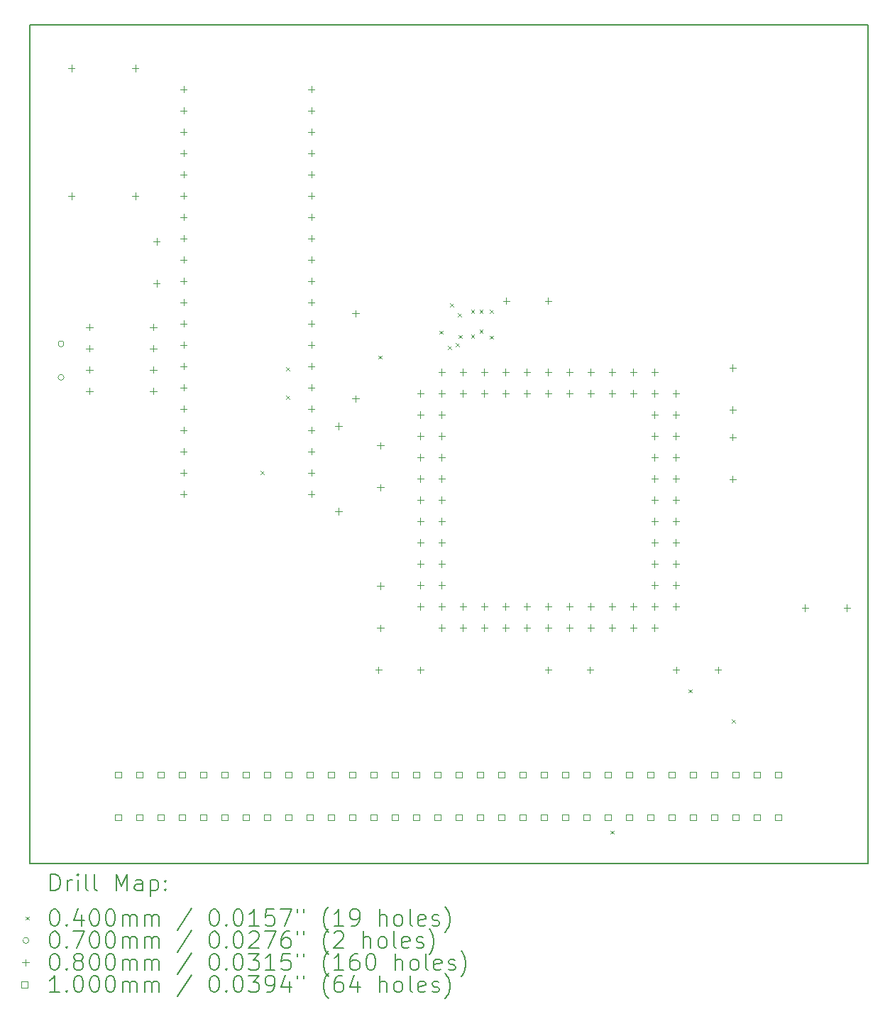
<source format=gbr>
%TF.GenerationSoftware,KiCad,Pcbnew,7.0.5*%
%TF.CreationDate,2024-02-10T13:24:12-07:00*%
%TF.ProjectId,z80_board,7a38305f-626f-4617-9264-2e6b69636164,rev?*%
%TF.SameCoordinates,Original*%
%TF.FileFunction,Drillmap*%
%TF.FilePolarity,Positive*%
%FSLAX45Y45*%
G04 Gerber Fmt 4.5, Leading zero omitted, Abs format (unit mm)*
G04 Created by KiCad (PCBNEW 7.0.5) date 2024-02-10 13:24:12*
%MOMM*%
%LPD*%
G01*
G04 APERTURE LIST*
%ADD10C,0.200000*%
%ADD11C,0.040000*%
%ADD12C,0.070000*%
%ADD13C,0.080000*%
%ADD14C,0.100000*%
G04 APERTURE END LIST*
D10*
X7900000Y-6200000D02*
X17900000Y-6200000D01*
X17900000Y-16200000D01*
X7900000Y-16200000D01*
X7900000Y-6200000D01*
D11*
X10655000Y-11516270D02*
X10695000Y-11556270D01*
X10695000Y-11516270D02*
X10655000Y-11556270D01*
X10960000Y-10280000D02*
X11000000Y-10320000D01*
X11000000Y-10280000D02*
X10960000Y-10320000D01*
X10960000Y-10620000D02*
X11000000Y-10660000D01*
X11000000Y-10620000D02*
X10960000Y-10660000D01*
X12060000Y-10140000D02*
X12100000Y-10180000D01*
X12100000Y-10140000D02*
X12060000Y-10180000D01*
X12791729Y-9843270D02*
X12831729Y-9883270D01*
X12831729Y-9843270D02*
X12791729Y-9883270D01*
X12892649Y-10028387D02*
X12932649Y-10068387D01*
X12932649Y-10028387D02*
X12892649Y-10068387D01*
X12916729Y-9518270D02*
X12956729Y-9558270D01*
X12956729Y-9518270D02*
X12916729Y-9558270D01*
X12984798Y-9989673D02*
X13024798Y-10029673D01*
X13024798Y-9989673D02*
X12984798Y-10029673D01*
X13006973Y-9634648D02*
X13046973Y-9674648D01*
X13046973Y-9634648D02*
X13006973Y-9674648D01*
X13015595Y-9894586D02*
X13055595Y-9934586D01*
X13055595Y-9894586D02*
X13015595Y-9934586D01*
X13166729Y-9593270D02*
X13206729Y-9633270D01*
X13206729Y-9593270D02*
X13166729Y-9633270D01*
X13166729Y-9893270D02*
X13206729Y-9933270D01*
X13206729Y-9893270D02*
X13166729Y-9933270D01*
X13266729Y-9593270D02*
X13306729Y-9633270D01*
X13306729Y-9593270D02*
X13266729Y-9633270D01*
X13266729Y-9830720D02*
X13306729Y-9870720D01*
X13306729Y-9830720D02*
X13266729Y-9870720D01*
X13391729Y-9593270D02*
X13431729Y-9633270D01*
X13431729Y-9593270D02*
X13391729Y-9633270D01*
X13391729Y-9903170D02*
X13431729Y-9943170D01*
X13431729Y-9903170D02*
X13391729Y-9943170D01*
X14830000Y-15805000D02*
X14870000Y-15845000D01*
X14870000Y-15805000D02*
X14830000Y-15845000D01*
X15760000Y-14120000D02*
X15800000Y-14160000D01*
X15800000Y-14120000D02*
X15760000Y-14160000D01*
X16280000Y-14480000D02*
X16320000Y-14520000D01*
X16320000Y-14480000D02*
X16280000Y-14520000D01*
D12*
X8310000Y-10000000D02*
G75*
G03*
X8310000Y-10000000I-35000J0D01*
G01*
X8310000Y-10400000D02*
G75*
G03*
X8310000Y-10400000I-35000J0D01*
G01*
D13*
X8399730Y-6674270D02*
X8399730Y-6754270D01*
X8359729Y-6714270D02*
X8439730Y-6714270D01*
X8399730Y-8198270D02*
X8399730Y-8278270D01*
X8359729Y-8238270D02*
X8439730Y-8238270D01*
X8613000Y-9762270D02*
X8613000Y-9842270D01*
X8573000Y-9802270D02*
X8653000Y-9802270D01*
X8613000Y-10016270D02*
X8613000Y-10096270D01*
X8573000Y-10056270D02*
X8653000Y-10056270D01*
X8613000Y-10270270D02*
X8613000Y-10350270D01*
X8573000Y-10310270D02*
X8653000Y-10310270D01*
X8613000Y-10524270D02*
X8613000Y-10604270D01*
X8573000Y-10564270D02*
X8653000Y-10564270D01*
X9161730Y-6674270D02*
X9161730Y-6754270D01*
X9121730Y-6714270D02*
X9201730Y-6714270D01*
X9161730Y-8198270D02*
X9161730Y-8278270D01*
X9121730Y-8238270D02*
X9201730Y-8238270D01*
X9375000Y-9762270D02*
X9375000Y-9842270D01*
X9335000Y-9802270D02*
X9415000Y-9802270D01*
X9375000Y-10016270D02*
X9375000Y-10096270D01*
X9335000Y-10056270D02*
X9415000Y-10056270D01*
X9375000Y-10270270D02*
X9375000Y-10350270D01*
X9335000Y-10310270D02*
X9415000Y-10310270D01*
X9375000Y-10524270D02*
X9375000Y-10604270D01*
X9335000Y-10564270D02*
X9415000Y-10564270D01*
X9415000Y-8740000D02*
X9415000Y-8820000D01*
X9375000Y-8780000D02*
X9455000Y-8780000D01*
X9415000Y-9240000D02*
X9415000Y-9320000D01*
X9375000Y-9280000D02*
X9455000Y-9280000D01*
X9736730Y-6924270D02*
X9736730Y-7004270D01*
X9696730Y-6964270D02*
X9776730Y-6964270D01*
X9736730Y-7178270D02*
X9736730Y-7258270D01*
X9696730Y-7218270D02*
X9776730Y-7218270D01*
X9736730Y-7432270D02*
X9736730Y-7512270D01*
X9696730Y-7472270D02*
X9776730Y-7472270D01*
X9736730Y-7686270D02*
X9736730Y-7766270D01*
X9696730Y-7726270D02*
X9776730Y-7726270D01*
X9736730Y-7940270D02*
X9736730Y-8020270D01*
X9696730Y-7980270D02*
X9776730Y-7980270D01*
X9736730Y-8194270D02*
X9736730Y-8274270D01*
X9696730Y-8234270D02*
X9776730Y-8234270D01*
X9736730Y-8448270D02*
X9736730Y-8528270D01*
X9696730Y-8488270D02*
X9776730Y-8488270D01*
X9736730Y-8702270D02*
X9736730Y-8782270D01*
X9696730Y-8742270D02*
X9776730Y-8742270D01*
X9736730Y-8956270D02*
X9736730Y-9036270D01*
X9696730Y-8996270D02*
X9776730Y-8996270D01*
X9736730Y-9210270D02*
X9736730Y-9290270D01*
X9696730Y-9250270D02*
X9776730Y-9250270D01*
X9736730Y-9464270D02*
X9736730Y-9544270D01*
X9696730Y-9504270D02*
X9776730Y-9504270D01*
X9736730Y-9718270D02*
X9736730Y-9798270D01*
X9696730Y-9758270D02*
X9776730Y-9758270D01*
X9736730Y-9972270D02*
X9736730Y-10052270D01*
X9696730Y-10012270D02*
X9776730Y-10012270D01*
X9736730Y-10226270D02*
X9736730Y-10306270D01*
X9696730Y-10266270D02*
X9776730Y-10266270D01*
X9736730Y-10480270D02*
X9736730Y-10560270D01*
X9696730Y-10520270D02*
X9776730Y-10520270D01*
X9736730Y-10734270D02*
X9736730Y-10814270D01*
X9696730Y-10774270D02*
X9776730Y-10774270D01*
X9736730Y-10988270D02*
X9736730Y-11068270D01*
X9696730Y-11028270D02*
X9776730Y-11028270D01*
X9736730Y-11242270D02*
X9736730Y-11322270D01*
X9696730Y-11282270D02*
X9776730Y-11282270D01*
X9736730Y-11496270D02*
X9736730Y-11576270D01*
X9696730Y-11536270D02*
X9776730Y-11536270D01*
X9736730Y-11750270D02*
X9736730Y-11830270D01*
X9696730Y-11790270D02*
X9776730Y-11790270D01*
X11260729Y-6924270D02*
X11260729Y-7004270D01*
X11220729Y-6964270D02*
X11300729Y-6964270D01*
X11260729Y-7178270D02*
X11260729Y-7258270D01*
X11220729Y-7218270D02*
X11300729Y-7218270D01*
X11260729Y-7432270D02*
X11260729Y-7512270D01*
X11220729Y-7472270D02*
X11300729Y-7472270D01*
X11260729Y-7686270D02*
X11260729Y-7766270D01*
X11220729Y-7726270D02*
X11300729Y-7726270D01*
X11260729Y-7940270D02*
X11260729Y-8020270D01*
X11220729Y-7980270D02*
X11300729Y-7980270D01*
X11260729Y-8194270D02*
X11260729Y-8274270D01*
X11220729Y-8234270D02*
X11300729Y-8234270D01*
X11260729Y-8448270D02*
X11260729Y-8528270D01*
X11220729Y-8488270D02*
X11300729Y-8488270D01*
X11260729Y-8702270D02*
X11260729Y-8782270D01*
X11220729Y-8742270D02*
X11300729Y-8742270D01*
X11260729Y-8956270D02*
X11260729Y-9036270D01*
X11220729Y-8996270D02*
X11300729Y-8996270D01*
X11260729Y-9210270D02*
X11260729Y-9290270D01*
X11220729Y-9250270D02*
X11300729Y-9250270D01*
X11260729Y-9464270D02*
X11260729Y-9544270D01*
X11220729Y-9504270D02*
X11300729Y-9504270D01*
X11260729Y-9718270D02*
X11260729Y-9798270D01*
X11220729Y-9758270D02*
X11300729Y-9758270D01*
X11260729Y-9972270D02*
X11260729Y-10052270D01*
X11220729Y-10012270D02*
X11300729Y-10012270D01*
X11260729Y-10226270D02*
X11260729Y-10306270D01*
X11220729Y-10266270D02*
X11300729Y-10266270D01*
X11260729Y-10480270D02*
X11260729Y-10560270D01*
X11220729Y-10520270D02*
X11300729Y-10520270D01*
X11260729Y-10734270D02*
X11260729Y-10814270D01*
X11220729Y-10774270D02*
X11300729Y-10774270D01*
X11260729Y-10988270D02*
X11260729Y-11068270D01*
X11220729Y-11028270D02*
X11300729Y-11028270D01*
X11260729Y-11242270D02*
X11260729Y-11322270D01*
X11220729Y-11282270D02*
X11300729Y-11282270D01*
X11260729Y-11496270D02*
X11260729Y-11576270D01*
X11220729Y-11536270D02*
X11300729Y-11536270D01*
X11260729Y-11750270D02*
X11260729Y-11830270D01*
X11220729Y-11790270D02*
X11300729Y-11790270D01*
X11586729Y-10940270D02*
X11586729Y-11020270D01*
X11546729Y-10980270D02*
X11626729Y-10980270D01*
X11586729Y-11956270D02*
X11586729Y-12036270D01*
X11546729Y-11996270D02*
X11626729Y-11996270D01*
X11786729Y-9598270D02*
X11786729Y-9678270D01*
X11746729Y-9638270D02*
X11826729Y-9638270D01*
X11786729Y-10614270D02*
X11786729Y-10694270D01*
X11746729Y-10654270D02*
X11826729Y-10654270D01*
X12061729Y-13848270D02*
X12061729Y-13928270D01*
X12021729Y-13888270D02*
X12101729Y-13888270D01*
X12086729Y-11173270D02*
X12086729Y-11253270D01*
X12046729Y-11213270D02*
X12126729Y-11213270D01*
X12086729Y-11673270D02*
X12086729Y-11753270D01*
X12046729Y-11713270D02*
X12126729Y-11713270D01*
X12086729Y-12848270D02*
X12086729Y-12928270D01*
X12046729Y-12888270D02*
X12126729Y-12888270D01*
X12086729Y-13348270D02*
X12086729Y-13428270D01*
X12046729Y-13388270D02*
X12126729Y-13388270D01*
X12561729Y-13848270D02*
X12561729Y-13928270D01*
X12521729Y-13888270D02*
X12601729Y-13888270D01*
X12562729Y-10553270D02*
X12562729Y-10633270D01*
X12522729Y-10593270D02*
X12602729Y-10593270D01*
X12562729Y-10807270D02*
X12562729Y-10887270D01*
X12522729Y-10847270D02*
X12602729Y-10847270D01*
X12562729Y-11061270D02*
X12562729Y-11141270D01*
X12522729Y-11101270D02*
X12602729Y-11101270D01*
X12562729Y-11315270D02*
X12562729Y-11395270D01*
X12522729Y-11355270D02*
X12602729Y-11355270D01*
X12562729Y-11569270D02*
X12562729Y-11649270D01*
X12522729Y-11609270D02*
X12602729Y-11609270D01*
X12562729Y-11823270D02*
X12562729Y-11903270D01*
X12522729Y-11863270D02*
X12602729Y-11863270D01*
X12562729Y-12077270D02*
X12562729Y-12157270D01*
X12522729Y-12117270D02*
X12602729Y-12117270D01*
X12562729Y-12331270D02*
X12562729Y-12411270D01*
X12522729Y-12371270D02*
X12602729Y-12371270D01*
X12562729Y-12585270D02*
X12562729Y-12665270D01*
X12522729Y-12625270D02*
X12602729Y-12625270D01*
X12562729Y-12839270D02*
X12562729Y-12919270D01*
X12522729Y-12879270D02*
X12602729Y-12879270D01*
X12562729Y-13093270D02*
X12562729Y-13173270D01*
X12522729Y-13133270D02*
X12602729Y-13133270D01*
X12816729Y-10299270D02*
X12816729Y-10379270D01*
X12776729Y-10339270D02*
X12856729Y-10339270D01*
X12816729Y-10553270D02*
X12816729Y-10633270D01*
X12776729Y-10593270D02*
X12856729Y-10593270D01*
X12816729Y-10807270D02*
X12816729Y-10887270D01*
X12776729Y-10847270D02*
X12856729Y-10847270D01*
X12816729Y-11061270D02*
X12816729Y-11141270D01*
X12776729Y-11101270D02*
X12856729Y-11101270D01*
X12816729Y-11315270D02*
X12816729Y-11395270D01*
X12776729Y-11355270D02*
X12856729Y-11355270D01*
X12816729Y-11569270D02*
X12816729Y-11649270D01*
X12776729Y-11609270D02*
X12856729Y-11609270D01*
X12816729Y-11823270D02*
X12816729Y-11903270D01*
X12776729Y-11863270D02*
X12856729Y-11863270D01*
X12816729Y-12077270D02*
X12816729Y-12157270D01*
X12776729Y-12117270D02*
X12856729Y-12117270D01*
X12816729Y-12331270D02*
X12816729Y-12411270D01*
X12776729Y-12371270D02*
X12856729Y-12371270D01*
X12816729Y-12585270D02*
X12816729Y-12665270D01*
X12776729Y-12625270D02*
X12856729Y-12625270D01*
X12816729Y-12839270D02*
X12816729Y-12919270D01*
X12776729Y-12879270D02*
X12856729Y-12879270D01*
X12816729Y-13093270D02*
X12816729Y-13173270D01*
X12776729Y-13133270D02*
X12856729Y-13133270D01*
X12816729Y-13347270D02*
X12816729Y-13427270D01*
X12776729Y-13387270D02*
X12856729Y-13387270D01*
X13070729Y-10299270D02*
X13070729Y-10379270D01*
X13030729Y-10339270D02*
X13110729Y-10339270D01*
X13070729Y-10553270D02*
X13070729Y-10633270D01*
X13030729Y-10593270D02*
X13110729Y-10593270D01*
X13070729Y-13093270D02*
X13070729Y-13173270D01*
X13030729Y-13133270D02*
X13110729Y-13133270D01*
X13070729Y-13347270D02*
X13070729Y-13427270D01*
X13030729Y-13387270D02*
X13110729Y-13387270D01*
X13324729Y-10299270D02*
X13324729Y-10379270D01*
X13284729Y-10339270D02*
X13364729Y-10339270D01*
X13324729Y-10553270D02*
X13324729Y-10633270D01*
X13284729Y-10593270D02*
X13364729Y-10593270D01*
X13324729Y-13093270D02*
X13324729Y-13173270D01*
X13284729Y-13133270D02*
X13364729Y-13133270D01*
X13324729Y-13347270D02*
X13324729Y-13427270D01*
X13284729Y-13387270D02*
X13364729Y-13387270D01*
X13578729Y-10299270D02*
X13578729Y-10379270D01*
X13538729Y-10339270D02*
X13618729Y-10339270D01*
X13578729Y-10553270D02*
X13578729Y-10633270D01*
X13538729Y-10593270D02*
X13618729Y-10593270D01*
X13578729Y-13093270D02*
X13578729Y-13173270D01*
X13538729Y-13133270D02*
X13618729Y-13133270D01*
X13578729Y-13347270D02*
X13578729Y-13427270D01*
X13538729Y-13387270D02*
X13618729Y-13387270D01*
X13586729Y-9448270D02*
X13586729Y-9528270D01*
X13546729Y-9488270D02*
X13626729Y-9488270D01*
X13832729Y-10299270D02*
X13832729Y-10379270D01*
X13792729Y-10339270D02*
X13872729Y-10339270D01*
X13832729Y-10553270D02*
X13832729Y-10633270D01*
X13792729Y-10593270D02*
X13872729Y-10593270D01*
X13832729Y-13093270D02*
X13832729Y-13173270D01*
X13792729Y-13133270D02*
X13872729Y-13133270D01*
X13832729Y-13347270D02*
X13832729Y-13427270D01*
X13792729Y-13387270D02*
X13872729Y-13387270D01*
X14086729Y-9448270D02*
X14086729Y-9528270D01*
X14046729Y-9488270D02*
X14126729Y-9488270D01*
X14086729Y-10299270D02*
X14086729Y-10379270D01*
X14046729Y-10339270D02*
X14126729Y-10339270D01*
X14086729Y-10553270D02*
X14086729Y-10633270D01*
X14046729Y-10593270D02*
X14126729Y-10593270D01*
X14086729Y-13093270D02*
X14086729Y-13173270D01*
X14046729Y-13133270D02*
X14126729Y-13133270D01*
X14086729Y-13347270D02*
X14086729Y-13427270D01*
X14046729Y-13387270D02*
X14126729Y-13387270D01*
X14086729Y-13848270D02*
X14086729Y-13928270D01*
X14046729Y-13888270D02*
X14126729Y-13888270D01*
X14340729Y-10299270D02*
X14340729Y-10379270D01*
X14300729Y-10339270D02*
X14380729Y-10339270D01*
X14340729Y-10553270D02*
X14340729Y-10633270D01*
X14300729Y-10593270D02*
X14380729Y-10593270D01*
X14340729Y-13093270D02*
X14340729Y-13173270D01*
X14300729Y-13133270D02*
X14380729Y-13133270D01*
X14340729Y-13347270D02*
X14340729Y-13427270D01*
X14300729Y-13387270D02*
X14380729Y-13387270D01*
X14586729Y-13848270D02*
X14586729Y-13928270D01*
X14546729Y-13888270D02*
X14626729Y-13888270D01*
X14594729Y-10299270D02*
X14594729Y-10379270D01*
X14554729Y-10339270D02*
X14634729Y-10339270D01*
X14594729Y-10553270D02*
X14594729Y-10633270D01*
X14554729Y-10593270D02*
X14634729Y-10593270D01*
X14594729Y-13093270D02*
X14594729Y-13173270D01*
X14554729Y-13133270D02*
X14634729Y-13133270D01*
X14594729Y-13347270D02*
X14594729Y-13427270D01*
X14554729Y-13387270D02*
X14634729Y-13387270D01*
X14848729Y-10299270D02*
X14848729Y-10379270D01*
X14808729Y-10339270D02*
X14888729Y-10339270D01*
X14848729Y-10553270D02*
X14848729Y-10633270D01*
X14808729Y-10593270D02*
X14888729Y-10593270D01*
X14848729Y-13093270D02*
X14848729Y-13173270D01*
X14808729Y-13133270D02*
X14888729Y-13133270D01*
X14848729Y-13347270D02*
X14848729Y-13427270D01*
X14808729Y-13387270D02*
X14888729Y-13387270D01*
X15102729Y-10299270D02*
X15102729Y-10379270D01*
X15062729Y-10339270D02*
X15142729Y-10339270D01*
X15102729Y-10553270D02*
X15102729Y-10633270D01*
X15062729Y-10593270D02*
X15142729Y-10593270D01*
X15102729Y-13093270D02*
X15102729Y-13173270D01*
X15062729Y-13133270D02*
X15142729Y-13133270D01*
X15102729Y-13347270D02*
X15102729Y-13427270D01*
X15062729Y-13387270D02*
X15142729Y-13387270D01*
X15356729Y-10299270D02*
X15356729Y-10379270D01*
X15316729Y-10339270D02*
X15396729Y-10339270D01*
X15356729Y-10553270D02*
X15356729Y-10633270D01*
X15316729Y-10593270D02*
X15396729Y-10593270D01*
X15356729Y-10807270D02*
X15356729Y-10887270D01*
X15316729Y-10847270D02*
X15396729Y-10847270D01*
X15356729Y-11061270D02*
X15356729Y-11141270D01*
X15316729Y-11101270D02*
X15396729Y-11101270D01*
X15356729Y-11315270D02*
X15356729Y-11395270D01*
X15316729Y-11355270D02*
X15396729Y-11355270D01*
X15356729Y-11569270D02*
X15356729Y-11649270D01*
X15316729Y-11609270D02*
X15396729Y-11609270D01*
X15356729Y-11823270D02*
X15356729Y-11903270D01*
X15316729Y-11863270D02*
X15396729Y-11863270D01*
X15356729Y-12077270D02*
X15356729Y-12157270D01*
X15316729Y-12117270D02*
X15396729Y-12117270D01*
X15356729Y-12331270D02*
X15356729Y-12411270D01*
X15316729Y-12371270D02*
X15396729Y-12371270D01*
X15356729Y-12585270D02*
X15356729Y-12665270D01*
X15316729Y-12625270D02*
X15396729Y-12625270D01*
X15356729Y-12839270D02*
X15356729Y-12919270D01*
X15316729Y-12879270D02*
X15396729Y-12879270D01*
X15356729Y-13093270D02*
X15356729Y-13173270D01*
X15316729Y-13133270D02*
X15396729Y-13133270D01*
X15356729Y-13347270D02*
X15356729Y-13427270D01*
X15316729Y-13387270D02*
X15396729Y-13387270D01*
X15610729Y-10553270D02*
X15610729Y-10633270D01*
X15570729Y-10593270D02*
X15650729Y-10593270D01*
X15610729Y-10807270D02*
X15610729Y-10887270D01*
X15570729Y-10847270D02*
X15650729Y-10847270D01*
X15610729Y-11061270D02*
X15610729Y-11141270D01*
X15570729Y-11101270D02*
X15650729Y-11101270D01*
X15610729Y-11315270D02*
X15610729Y-11395270D01*
X15570729Y-11355270D02*
X15650729Y-11355270D01*
X15610729Y-11569270D02*
X15610729Y-11649270D01*
X15570729Y-11609270D02*
X15650729Y-11609270D01*
X15610729Y-11823270D02*
X15610729Y-11903270D01*
X15570729Y-11863270D02*
X15650729Y-11863270D01*
X15610729Y-12077270D02*
X15610729Y-12157270D01*
X15570729Y-12117270D02*
X15650729Y-12117270D01*
X15610729Y-12331270D02*
X15610729Y-12411270D01*
X15570729Y-12371270D02*
X15650729Y-12371270D01*
X15610729Y-12585270D02*
X15610729Y-12665270D01*
X15570729Y-12625270D02*
X15650729Y-12625270D01*
X15610729Y-12839270D02*
X15610729Y-12919270D01*
X15570729Y-12879270D02*
X15650729Y-12879270D01*
X15610729Y-13093270D02*
X15610729Y-13173270D01*
X15570729Y-13133270D02*
X15650729Y-13133270D01*
X15611729Y-13848270D02*
X15611729Y-13928270D01*
X15571729Y-13888270D02*
X15651729Y-13888270D01*
X16111729Y-13848270D02*
X16111729Y-13928270D01*
X16071729Y-13888270D02*
X16151729Y-13888270D01*
X16286729Y-10248270D02*
X16286729Y-10328270D01*
X16246729Y-10288270D02*
X16326729Y-10288270D01*
X16286729Y-10748270D02*
X16286729Y-10828270D01*
X16246729Y-10788270D02*
X16326729Y-10788270D01*
X16286729Y-11073270D02*
X16286729Y-11153270D01*
X16246729Y-11113270D02*
X16326729Y-11113270D01*
X16286729Y-11573270D02*
X16286729Y-11653270D01*
X16246729Y-11613270D02*
X16326729Y-11613270D01*
X17150000Y-13110000D02*
X17150000Y-13190000D01*
X17110000Y-13150000D02*
X17190000Y-13150000D01*
X17650000Y-13110000D02*
X17650000Y-13190000D01*
X17610000Y-13150000D02*
X17690000Y-13150000D01*
D14*
X8993356Y-15173356D02*
X8993356Y-15102644D01*
X8922644Y-15102644D01*
X8922644Y-15173356D01*
X8993356Y-15173356D01*
X8993356Y-15681356D02*
X8993356Y-15610644D01*
X8922644Y-15610644D01*
X8922644Y-15681356D01*
X8993356Y-15681356D01*
X9247356Y-15173356D02*
X9247356Y-15102644D01*
X9176644Y-15102644D01*
X9176644Y-15173356D01*
X9247356Y-15173356D01*
X9247356Y-15681356D02*
X9247356Y-15610644D01*
X9176644Y-15610644D01*
X9176644Y-15681356D01*
X9247356Y-15681356D01*
X9501356Y-15173356D02*
X9501356Y-15102644D01*
X9430644Y-15102644D01*
X9430644Y-15173356D01*
X9501356Y-15173356D01*
X9501356Y-15681356D02*
X9501356Y-15610644D01*
X9430644Y-15610644D01*
X9430644Y-15681356D01*
X9501356Y-15681356D01*
X9755356Y-15173356D02*
X9755356Y-15102644D01*
X9684644Y-15102644D01*
X9684644Y-15173356D01*
X9755356Y-15173356D01*
X9755356Y-15681356D02*
X9755356Y-15610644D01*
X9684644Y-15610644D01*
X9684644Y-15681356D01*
X9755356Y-15681356D01*
X10009356Y-15173356D02*
X10009356Y-15102644D01*
X9938644Y-15102644D01*
X9938644Y-15173356D01*
X10009356Y-15173356D01*
X10009356Y-15681356D02*
X10009356Y-15610644D01*
X9938644Y-15610644D01*
X9938644Y-15681356D01*
X10009356Y-15681356D01*
X10263356Y-15173356D02*
X10263356Y-15102644D01*
X10192644Y-15102644D01*
X10192644Y-15173356D01*
X10263356Y-15173356D01*
X10263356Y-15681356D02*
X10263356Y-15610644D01*
X10192644Y-15610644D01*
X10192644Y-15681356D01*
X10263356Y-15681356D01*
X10517356Y-15173356D02*
X10517356Y-15102644D01*
X10446644Y-15102644D01*
X10446644Y-15173356D01*
X10517356Y-15173356D01*
X10517356Y-15681356D02*
X10517356Y-15610644D01*
X10446644Y-15610644D01*
X10446644Y-15681356D01*
X10517356Y-15681356D01*
X10771356Y-15173356D02*
X10771356Y-15102644D01*
X10700644Y-15102644D01*
X10700644Y-15173356D01*
X10771356Y-15173356D01*
X10771356Y-15681356D02*
X10771356Y-15610644D01*
X10700644Y-15610644D01*
X10700644Y-15681356D01*
X10771356Y-15681356D01*
X11025356Y-15173356D02*
X11025356Y-15102644D01*
X10954644Y-15102644D01*
X10954644Y-15173356D01*
X11025356Y-15173356D01*
X11025356Y-15681356D02*
X11025356Y-15610644D01*
X10954644Y-15610644D01*
X10954644Y-15681356D01*
X11025356Y-15681356D01*
X11279356Y-15173356D02*
X11279356Y-15102644D01*
X11208644Y-15102644D01*
X11208644Y-15173356D01*
X11279356Y-15173356D01*
X11279356Y-15681356D02*
X11279356Y-15610644D01*
X11208644Y-15610644D01*
X11208644Y-15681356D01*
X11279356Y-15681356D01*
X11533356Y-15173356D02*
X11533356Y-15102644D01*
X11462644Y-15102644D01*
X11462644Y-15173356D01*
X11533356Y-15173356D01*
X11533356Y-15681356D02*
X11533356Y-15610644D01*
X11462644Y-15610644D01*
X11462644Y-15681356D01*
X11533356Y-15681356D01*
X11787356Y-15173356D02*
X11787356Y-15102644D01*
X11716644Y-15102644D01*
X11716644Y-15173356D01*
X11787356Y-15173356D01*
X11787356Y-15681356D02*
X11787356Y-15610644D01*
X11716644Y-15610644D01*
X11716644Y-15681356D01*
X11787356Y-15681356D01*
X12041356Y-15173356D02*
X12041356Y-15102644D01*
X11970644Y-15102644D01*
X11970644Y-15173356D01*
X12041356Y-15173356D01*
X12041356Y-15681356D02*
X12041356Y-15610644D01*
X11970644Y-15610644D01*
X11970644Y-15681356D01*
X12041356Y-15681356D01*
X12295356Y-15173356D02*
X12295356Y-15102644D01*
X12224644Y-15102644D01*
X12224644Y-15173356D01*
X12295356Y-15173356D01*
X12295356Y-15681356D02*
X12295356Y-15610644D01*
X12224644Y-15610644D01*
X12224644Y-15681356D01*
X12295356Y-15681356D01*
X12549356Y-15173356D02*
X12549356Y-15102644D01*
X12478644Y-15102644D01*
X12478644Y-15173356D01*
X12549356Y-15173356D01*
X12549356Y-15681356D02*
X12549356Y-15610644D01*
X12478644Y-15610644D01*
X12478644Y-15681356D01*
X12549356Y-15681356D01*
X12803356Y-15173356D02*
X12803356Y-15102644D01*
X12732644Y-15102644D01*
X12732644Y-15173356D01*
X12803356Y-15173356D01*
X12803356Y-15681356D02*
X12803356Y-15610644D01*
X12732644Y-15610644D01*
X12732644Y-15681356D01*
X12803356Y-15681356D01*
X13057356Y-15173356D02*
X13057356Y-15102644D01*
X12986644Y-15102644D01*
X12986644Y-15173356D01*
X13057356Y-15173356D01*
X13057356Y-15681356D02*
X13057356Y-15610644D01*
X12986644Y-15610644D01*
X12986644Y-15681356D01*
X13057356Y-15681356D01*
X13311356Y-15173356D02*
X13311356Y-15102644D01*
X13240644Y-15102644D01*
X13240644Y-15173356D01*
X13311356Y-15173356D01*
X13311356Y-15681356D02*
X13311356Y-15610644D01*
X13240644Y-15610644D01*
X13240644Y-15681356D01*
X13311356Y-15681356D01*
X13565356Y-15173356D02*
X13565356Y-15102644D01*
X13494644Y-15102644D01*
X13494644Y-15173356D01*
X13565356Y-15173356D01*
X13565356Y-15681356D02*
X13565356Y-15610644D01*
X13494644Y-15610644D01*
X13494644Y-15681356D01*
X13565356Y-15681356D01*
X13819356Y-15173356D02*
X13819356Y-15102644D01*
X13748644Y-15102644D01*
X13748644Y-15173356D01*
X13819356Y-15173356D01*
X13819356Y-15681356D02*
X13819356Y-15610644D01*
X13748644Y-15610644D01*
X13748644Y-15681356D01*
X13819356Y-15681356D01*
X14073356Y-15173356D02*
X14073356Y-15102644D01*
X14002644Y-15102644D01*
X14002644Y-15173356D01*
X14073356Y-15173356D01*
X14073356Y-15681356D02*
X14073356Y-15610644D01*
X14002644Y-15610644D01*
X14002644Y-15681356D01*
X14073356Y-15681356D01*
X14327356Y-15173356D02*
X14327356Y-15102644D01*
X14256644Y-15102644D01*
X14256644Y-15173356D01*
X14327356Y-15173356D01*
X14327356Y-15681356D02*
X14327356Y-15610644D01*
X14256644Y-15610644D01*
X14256644Y-15681356D01*
X14327356Y-15681356D01*
X14581356Y-15173356D02*
X14581356Y-15102644D01*
X14510644Y-15102644D01*
X14510644Y-15173356D01*
X14581356Y-15173356D01*
X14581356Y-15681356D02*
X14581356Y-15610644D01*
X14510644Y-15610644D01*
X14510644Y-15681356D01*
X14581356Y-15681356D01*
X14835356Y-15173356D02*
X14835356Y-15102644D01*
X14764644Y-15102644D01*
X14764644Y-15173356D01*
X14835356Y-15173356D01*
X14835356Y-15681356D02*
X14835356Y-15610644D01*
X14764644Y-15610644D01*
X14764644Y-15681356D01*
X14835356Y-15681356D01*
X15089356Y-15173356D02*
X15089356Y-15102644D01*
X15018644Y-15102644D01*
X15018644Y-15173356D01*
X15089356Y-15173356D01*
X15089356Y-15681356D02*
X15089356Y-15610644D01*
X15018644Y-15610644D01*
X15018644Y-15681356D01*
X15089356Y-15681356D01*
X15343356Y-15173356D02*
X15343356Y-15102644D01*
X15272644Y-15102644D01*
X15272644Y-15173356D01*
X15343356Y-15173356D01*
X15343356Y-15681356D02*
X15343356Y-15610644D01*
X15272644Y-15610644D01*
X15272644Y-15681356D01*
X15343356Y-15681356D01*
X15597356Y-15173356D02*
X15597356Y-15102644D01*
X15526644Y-15102644D01*
X15526644Y-15173356D01*
X15597356Y-15173356D01*
X15597356Y-15681356D02*
X15597356Y-15610644D01*
X15526644Y-15610644D01*
X15526644Y-15681356D01*
X15597356Y-15681356D01*
X15851356Y-15173356D02*
X15851356Y-15102644D01*
X15780644Y-15102644D01*
X15780644Y-15173356D01*
X15851356Y-15173356D01*
X15851356Y-15681356D02*
X15851356Y-15610644D01*
X15780644Y-15610644D01*
X15780644Y-15681356D01*
X15851356Y-15681356D01*
X16105356Y-15173356D02*
X16105356Y-15102644D01*
X16034644Y-15102644D01*
X16034644Y-15173356D01*
X16105356Y-15173356D01*
X16105356Y-15681356D02*
X16105356Y-15610644D01*
X16034644Y-15610644D01*
X16034644Y-15681356D01*
X16105356Y-15681356D01*
X16359356Y-15173356D02*
X16359356Y-15102644D01*
X16288644Y-15102644D01*
X16288644Y-15173356D01*
X16359356Y-15173356D01*
X16359356Y-15681356D02*
X16359356Y-15610644D01*
X16288644Y-15610644D01*
X16288644Y-15681356D01*
X16359356Y-15681356D01*
X16613356Y-15173356D02*
X16613356Y-15102644D01*
X16542644Y-15102644D01*
X16542644Y-15173356D01*
X16613356Y-15173356D01*
X16613356Y-15681356D02*
X16613356Y-15610644D01*
X16542644Y-15610644D01*
X16542644Y-15681356D01*
X16613356Y-15681356D01*
X16867356Y-15173356D02*
X16867356Y-15102644D01*
X16796644Y-15102644D01*
X16796644Y-15173356D01*
X16867356Y-15173356D01*
X16867356Y-15681356D02*
X16867356Y-15610644D01*
X16796644Y-15610644D01*
X16796644Y-15681356D01*
X16867356Y-15681356D01*
D10*
X8150777Y-16521484D02*
X8150777Y-16321484D01*
X8150777Y-16321484D02*
X8198396Y-16321484D01*
X8198396Y-16321484D02*
X8226967Y-16331008D01*
X8226967Y-16331008D02*
X8246015Y-16350055D01*
X8246015Y-16350055D02*
X8255539Y-16369103D01*
X8255539Y-16369103D02*
X8265062Y-16407198D01*
X8265062Y-16407198D02*
X8265062Y-16435769D01*
X8265062Y-16435769D02*
X8255539Y-16473865D01*
X8255539Y-16473865D02*
X8246015Y-16492912D01*
X8246015Y-16492912D02*
X8226967Y-16511960D01*
X8226967Y-16511960D02*
X8198396Y-16521484D01*
X8198396Y-16521484D02*
X8150777Y-16521484D01*
X8350777Y-16521484D02*
X8350777Y-16388150D01*
X8350777Y-16426246D02*
X8360301Y-16407198D01*
X8360301Y-16407198D02*
X8369824Y-16397674D01*
X8369824Y-16397674D02*
X8388872Y-16388150D01*
X8388872Y-16388150D02*
X8407920Y-16388150D01*
X8474586Y-16521484D02*
X8474586Y-16388150D01*
X8474586Y-16321484D02*
X8465063Y-16331008D01*
X8465063Y-16331008D02*
X8474586Y-16340531D01*
X8474586Y-16340531D02*
X8484110Y-16331008D01*
X8484110Y-16331008D02*
X8474586Y-16321484D01*
X8474586Y-16321484D02*
X8474586Y-16340531D01*
X8598396Y-16521484D02*
X8579348Y-16511960D01*
X8579348Y-16511960D02*
X8569824Y-16492912D01*
X8569824Y-16492912D02*
X8569824Y-16321484D01*
X8703158Y-16521484D02*
X8684110Y-16511960D01*
X8684110Y-16511960D02*
X8674586Y-16492912D01*
X8674586Y-16492912D02*
X8674586Y-16321484D01*
X8931729Y-16521484D02*
X8931729Y-16321484D01*
X8931729Y-16321484D02*
X8998396Y-16464341D01*
X8998396Y-16464341D02*
X9065063Y-16321484D01*
X9065063Y-16321484D02*
X9065063Y-16521484D01*
X9246015Y-16521484D02*
X9246015Y-16416722D01*
X9246015Y-16416722D02*
X9236491Y-16397674D01*
X9236491Y-16397674D02*
X9217444Y-16388150D01*
X9217444Y-16388150D02*
X9179348Y-16388150D01*
X9179348Y-16388150D02*
X9160301Y-16397674D01*
X9246015Y-16511960D02*
X9226967Y-16521484D01*
X9226967Y-16521484D02*
X9179348Y-16521484D01*
X9179348Y-16521484D02*
X9160301Y-16511960D01*
X9160301Y-16511960D02*
X9150777Y-16492912D01*
X9150777Y-16492912D02*
X9150777Y-16473865D01*
X9150777Y-16473865D02*
X9160301Y-16454817D01*
X9160301Y-16454817D02*
X9179348Y-16445293D01*
X9179348Y-16445293D02*
X9226967Y-16445293D01*
X9226967Y-16445293D02*
X9246015Y-16435769D01*
X9341253Y-16388150D02*
X9341253Y-16588150D01*
X9341253Y-16397674D02*
X9360301Y-16388150D01*
X9360301Y-16388150D02*
X9398396Y-16388150D01*
X9398396Y-16388150D02*
X9417444Y-16397674D01*
X9417444Y-16397674D02*
X9426967Y-16407198D01*
X9426967Y-16407198D02*
X9436491Y-16426246D01*
X9436491Y-16426246D02*
X9436491Y-16483388D01*
X9436491Y-16483388D02*
X9426967Y-16502436D01*
X9426967Y-16502436D02*
X9417444Y-16511960D01*
X9417444Y-16511960D02*
X9398396Y-16521484D01*
X9398396Y-16521484D02*
X9360301Y-16521484D01*
X9360301Y-16521484D02*
X9341253Y-16511960D01*
X9522205Y-16502436D02*
X9531729Y-16511960D01*
X9531729Y-16511960D02*
X9522205Y-16521484D01*
X9522205Y-16521484D02*
X9512682Y-16511960D01*
X9512682Y-16511960D02*
X9522205Y-16502436D01*
X9522205Y-16502436D02*
X9522205Y-16521484D01*
X9522205Y-16397674D02*
X9531729Y-16407198D01*
X9531729Y-16407198D02*
X9522205Y-16416722D01*
X9522205Y-16416722D02*
X9512682Y-16407198D01*
X9512682Y-16407198D02*
X9522205Y-16397674D01*
X9522205Y-16397674D02*
X9522205Y-16416722D01*
D11*
X7850000Y-16830000D02*
X7890000Y-16870000D01*
X7890000Y-16830000D02*
X7850000Y-16870000D01*
D10*
X8188872Y-16741484D02*
X8207920Y-16741484D01*
X8207920Y-16741484D02*
X8226967Y-16751008D01*
X8226967Y-16751008D02*
X8236491Y-16760531D01*
X8236491Y-16760531D02*
X8246015Y-16779579D01*
X8246015Y-16779579D02*
X8255539Y-16817674D01*
X8255539Y-16817674D02*
X8255539Y-16865293D01*
X8255539Y-16865293D02*
X8246015Y-16903389D01*
X8246015Y-16903389D02*
X8236491Y-16922436D01*
X8236491Y-16922436D02*
X8226967Y-16931960D01*
X8226967Y-16931960D02*
X8207920Y-16941484D01*
X8207920Y-16941484D02*
X8188872Y-16941484D01*
X8188872Y-16941484D02*
X8169824Y-16931960D01*
X8169824Y-16931960D02*
X8160301Y-16922436D01*
X8160301Y-16922436D02*
X8150777Y-16903389D01*
X8150777Y-16903389D02*
X8141253Y-16865293D01*
X8141253Y-16865293D02*
X8141253Y-16817674D01*
X8141253Y-16817674D02*
X8150777Y-16779579D01*
X8150777Y-16779579D02*
X8160301Y-16760531D01*
X8160301Y-16760531D02*
X8169824Y-16751008D01*
X8169824Y-16751008D02*
X8188872Y-16741484D01*
X8341253Y-16922436D02*
X8350777Y-16931960D01*
X8350777Y-16931960D02*
X8341253Y-16941484D01*
X8341253Y-16941484D02*
X8331729Y-16931960D01*
X8331729Y-16931960D02*
X8341253Y-16922436D01*
X8341253Y-16922436D02*
X8341253Y-16941484D01*
X8522205Y-16808150D02*
X8522205Y-16941484D01*
X8474586Y-16731960D02*
X8426967Y-16874817D01*
X8426967Y-16874817D02*
X8550777Y-16874817D01*
X8665063Y-16741484D02*
X8684110Y-16741484D01*
X8684110Y-16741484D02*
X8703158Y-16751008D01*
X8703158Y-16751008D02*
X8712682Y-16760531D01*
X8712682Y-16760531D02*
X8722205Y-16779579D01*
X8722205Y-16779579D02*
X8731729Y-16817674D01*
X8731729Y-16817674D02*
X8731729Y-16865293D01*
X8731729Y-16865293D02*
X8722205Y-16903389D01*
X8722205Y-16903389D02*
X8712682Y-16922436D01*
X8712682Y-16922436D02*
X8703158Y-16931960D01*
X8703158Y-16931960D02*
X8684110Y-16941484D01*
X8684110Y-16941484D02*
X8665063Y-16941484D01*
X8665063Y-16941484D02*
X8646015Y-16931960D01*
X8646015Y-16931960D02*
X8636491Y-16922436D01*
X8636491Y-16922436D02*
X8626967Y-16903389D01*
X8626967Y-16903389D02*
X8617444Y-16865293D01*
X8617444Y-16865293D02*
X8617444Y-16817674D01*
X8617444Y-16817674D02*
X8626967Y-16779579D01*
X8626967Y-16779579D02*
X8636491Y-16760531D01*
X8636491Y-16760531D02*
X8646015Y-16751008D01*
X8646015Y-16751008D02*
X8665063Y-16741484D01*
X8855539Y-16741484D02*
X8874586Y-16741484D01*
X8874586Y-16741484D02*
X8893634Y-16751008D01*
X8893634Y-16751008D02*
X8903158Y-16760531D01*
X8903158Y-16760531D02*
X8912682Y-16779579D01*
X8912682Y-16779579D02*
X8922205Y-16817674D01*
X8922205Y-16817674D02*
X8922205Y-16865293D01*
X8922205Y-16865293D02*
X8912682Y-16903389D01*
X8912682Y-16903389D02*
X8903158Y-16922436D01*
X8903158Y-16922436D02*
X8893634Y-16931960D01*
X8893634Y-16931960D02*
X8874586Y-16941484D01*
X8874586Y-16941484D02*
X8855539Y-16941484D01*
X8855539Y-16941484D02*
X8836491Y-16931960D01*
X8836491Y-16931960D02*
X8826967Y-16922436D01*
X8826967Y-16922436D02*
X8817444Y-16903389D01*
X8817444Y-16903389D02*
X8807920Y-16865293D01*
X8807920Y-16865293D02*
X8807920Y-16817674D01*
X8807920Y-16817674D02*
X8817444Y-16779579D01*
X8817444Y-16779579D02*
X8826967Y-16760531D01*
X8826967Y-16760531D02*
X8836491Y-16751008D01*
X8836491Y-16751008D02*
X8855539Y-16741484D01*
X9007920Y-16941484D02*
X9007920Y-16808150D01*
X9007920Y-16827198D02*
X9017444Y-16817674D01*
X9017444Y-16817674D02*
X9036491Y-16808150D01*
X9036491Y-16808150D02*
X9065063Y-16808150D01*
X9065063Y-16808150D02*
X9084110Y-16817674D01*
X9084110Y-16817674D02*
X9093634Y-16836722D01*
X9093634Y-16836722D02*
X9093634Y-16941484D01*
X9093634Y-16836722D02*
X9103158Y-16817674D01*
X9103158Y-16817674D02*
X9122205Y-16808150D01*
X9122205Y-16808150D02*
X9150777Y-16808150D01*
X9150777Y-16808150D02*
X9169825Y-16817674D01*
X9169825Y-16817674D02*
X9179348Y-16836722D01*
X9179348Y-16836722D02*
X9179348Y-16941484D01*
X9274586Y-16941484D02*
X9274586Y-16808150D01*
X9274586Y-16827198D02*
X9284110Y-16817674D01*
X9284110Y-16817674D02*
X9303158Y-16808150D01*
X9303158Y-16808150D02*
X9331729Y-16808150D01*
X9331729Y-16808150D02*
X9350777Y-16817674D01*
X9350777Y-16817674D02*
X9360301Y-16836722D01*
X9360301Y-16836722D02*
X9360301Y-16941484D01*
X9360301Y-16836722D02*
X9369825Y-16817674D01*
X9369825Y-16817674D02*
X9388872Y-16808150D01*
X9388872Y-16808150D02*
X9417444Y-16808150D01*
X9417444Y-16808150D02*
X9436491Y-16817674D01*
X9436491Y-16817674D02*
X9446015Y-16836722D01*
X9446015Y-16836722D02*
X9446015Y-16941484D01*
X9836491Y-16731960D02*
X9665063Y-16989103D01*
X10093634Y-16741484D02*
X10112682Y-16741484D01*
X10112682Y-16741484D02*
X10131729Y-16751008D01*
X10131729Y-16751008D02*
X10141253Y-16760531D01*
X10141253Y-16760531D02*
X10150777Y-16779579D01*
X10150777Y-16779579D02*
X10160301Y-16817674D01*
X10160301Y-16817674D02*
X10160301Y-16865293D01*
X10160301Y-16865293D02*
X10150777Y-16903389D01*
X10150777Y-16903389D02*
X10141253Y-16922436D01*
X10141253Y-16922436D02*
X10131729Y-16931960D01*
X10131729Y-16931960D02*
X10112682Y-16941484D01*
X10112682Y-16941484D02*
X10093634Y-16941484D01*
X10093634Y-16941484D02*
X10074587Y-16931960D01*
X10074587Y-16931960D02*
X10065063Y-16922436D01*
X10065063Y-16922436D02*
X10055539Y-16903389D01*
X10055539Y-16903389D02*
X10046015Y-16865293D01*
X10046015Y-16865293D02*
X10046015Y-16817674D01*
X10046015Y-16817674D02*
X10055539Y-16779579D01*
X10055539Y-16779579D02*
X10065063Y-16760531D01*
X10065063Y-16760531D02*
X10074587Y-16751008D01*
X10074587Y-16751008D02*
X10093634Y-16741484D01*
X10246015Y-16922436D02*
X10255539Y-16931960D01*
X10255539Y-16931960D02*
X10246015Y-16941484D01*
X10246015Y-16941484D02*
X10236491Y-16931960D01*
X10236491Y-16931960D02*
X10246015Y-16922436D01*
X10246015Y-16922436D02*
X10246015Y-16941484D01*
X10379348Y-16741484D02*
X10398396Y-16741484D01*
X10398396Y-16741484D02*
X10417444Y-16751008D01*
X10417444Y-16751008D02*
X10426968Y-16760531D01*
X10426968Y-16760531D02*
X10436491Y-16779579D01*
X10436491Y-16779579D02*
X10446015Y-16817674D01*
X10446015Y-16817674D02*
X10446015Y-16865293D01*
X10446015Y-16865293D02*
X10436491Y-16903389D01*
X10436491Y-16903389D02*
X10426968Y-16922436D01*
X10426968Y-16922436D02*
X10417444Y-16931960D01*
X10417444Y-16931960D02*
X10398396Y-16941484D01*
X10398396Y-16941484D02*
X10379348Y-16941484D01*
X10379348Y-16941484D02*
X10360301Y-16931960D01*
X10360301Y-16931960D02*
X10350777Y-16922436D01*
X10350777Y-16922436D02*
X10341253Y-16903389D01*
X10341253Y-16903389D02*
X10331729Y-16865293D01*
X10331729Y-16865293D02*
X10331729Y-16817674D01*
X10331729Y-16817674D02*
X10341253Y-16779579D01*
X10341253Y-16779579D02*
X10350777Y-16760531D01*
X10350777Y-16760531D02*
X10360301Y-16751008D01*
X10360301Y-16751008D02*
X10379348Y-16741484D01*
X10636491Y-16941484D02*
X10522206Y-16941484D01*
X10579348Y-16941484D02*
X10579348Y-16741484D01*
X10579348Y-16741484D02*
X10560301Y-16770055D01*
X10560301Y-16770055D02*
X10541253Y-16789103D01*
X10541253Y-16789103D02*
X10522206Y-16798627D01*
X10817444Y-16741484D02*
X10722206Y-16741484D01*
X10722206Y-16741484D02*
X10712682Y-16836722D01*
X10712682Y-16836722D02*
X10722206Y-16827198D01*
X10722206Y-16827198D02*
X10741253Y-16817674D01*
X10741253Y-16817674D02*
X10788872Y-16817674D01*
X10788872Y-16817674D02*
X10807920Y-16827198D01*
X10807920Y-16827198D02*
X10817444Y-16836722D01*
X10817444Y-16836722D02*
X10826968Y-16855770D01*
X10826968Y-16855770D02*
X10826968Y-16903389D01*
X10826968Y-16903389D02*
X10817444Y-16922436D01*
X10817444Y-16922436D02*
X10807920Y-16931960D01*
X10807920Y-16931960D02*
X10788872Y-16941484D01*
X10788872Y-16941484D02*
X10741253Y-16941484D01*
X10741253Y-16941484D02*
X10722206Y-16931960D01*
X10722206Y-16931960D02*
X10712682Y-16922436D01*
X10893634Y-16741484D02*
X11026968Y-16741484D01*
X11026968Y-16741484D02*
X10941253Y-16941484D01*
X11093634Y-16741484D02*
X11093634Y-16779579D01*
X11169825Y-16741484D02*
X11169825Y-16779579D01*
X11465063Y-17017674D02*
X11455539Y-17008150D01*
X11455539Y-17008150D02*
X11436491Y-16979579D01*
X11436491Y-16979579D02*
X11426968Y-16960531D01*
X11426968Y-16960531D02*
X11417444Y-16931960D01*
X11417444Y-16931960D02*
X11407920Y-16884341D01*
X11407920Y-16884341D02*
X11407920Y-16846246D01*
X11407920Y-16846246D02*
X11417444Y-16798627D01*
X11417444Y-16798627D02*
X11426968Y-16770055D01*
X11426968Y-16770055D02*
X11436491Y-16751008D01*
X11436491Y-16751008D02*
X11455539Y-16722436D01*
X11455539Y-16722436D02*
X11465063Y-16712912D01*
X11646015Y-16941484D02*
X11531729Y-16941484D01*
X11588872Y-16941484D02*
X11588872Y-16741484D01*
X11588872Y-16741484D02*
X11569825Y-16770055D01*
X11569825Y-16770055D02*
X11550777Y-16789103D01*
X11550777Y-16789103D02*
X11531729Y-16798627D01*
X11741253Y-16941484D02*
X11779348Y-16941484D01*
X11779348Y-16941484D02*
X11798396Y-16931960D01*
X11798396Y-16931960D02*
X11807920Y-16922436D01*
X11807920Y-16922436D02*
X11826968Y-16893865D01*
X11826968Y-16893865D02*
X11836491Y-16855770D01*
X11836491Y-16855770D02*
X11836491Y-16779579D01*
X11836491Y-16779579D02*
X11826968Y-16760531D01*
X11826968Y-16760531D02*
X11817444Y-16751008D01*
X11817444Y-16751008D02*
X11798396Y-16741484D01*
X11798396Y-16741484D02*
X11760301Y-16741484D01*
X11760301Y-16741484D02*
X11741253Y-16751008D01*
X11741253Y-16751008D02*
X11731729Y-16760531D01*
X11731729Y-16760531D02*
X11722206Y-16779579D01*
X11722206Y-16779579D02*
X11722206Y-16827198D01*
X11722206Y-16827198D02*
X11731729Y-16846246D01*
X11731729Y-16846246D02*
X11741253Y-16855770D01*
X11741253Y-16855770D02*
X11760301Y-16865293D01*
X11760301Y-16865293D02*
X11798396Y-16865293D01*
X11798396Y-16865293D02*
X11817444Y-16855770D01*
X11817444Y-16855770D02*
X11826968Y-16846246D01*
X11826968Y-16846246D02*
X11836491Y-16827198D01*
X12074587Y-16941484D02*
X12074587Y-16741484D01*
X12160301Y-16941484D02*
X12160301Y-16836722D01*
X12160301Y-16836722D02*
X12150777Y-16817674D01*
X12150777Y-16817674D02*
X12131730Y-16808150D01*
X12131730Y-16808150D02*
X12103158Y-16808150D01*
X12103158Y-16808150D02*
X12084110Y-16817674D01*
X12084110Y-16817674D02*
X12074587Y-16827198D01*
X12284110Y-16941484D02*
X12265063Y-16931960D01*
X12265063Y-16931960D02*
X12255539Y-16922436D01*
X12255539Y-16922436D02*
X12246015Y-16903389D01*
X12246015Y-16903389D02*
X12246015Y-16846246D01*
X12246015Y-16846246D02*
X12255539Y-16827198D01*
X12255539Y-16827198D02*
X12265063Y-16817674D01*
X12265063Y-16817674D02*
X12284110Y-16808150D01*
X12284110Y-16808150D02*
X12312682Y-16808150D01*
X12312682Y-16808150D02*
X12331730Y-16817674D01*
X12331730Y-16817674D02*
X12341253Y-16827198D01*
X12341253Y-16827198D02*
X12350777Y-16846246D01*
X12350777Y-16846246D02*
X12350777Y-16903389D01*
X12350777Y-16903389D02*
X12341253Y-16922436D01*
X12341253Y-16922436D02*
X12331730Y-16931960D01*
X12331730Y-16931960D02*
X12312682Y-16941484D01*
X12312682Y-16941484D02*
X12284110Y-16941484D01*
X12465063Y-16941484D02*
X12446015Y-16931960D01*
X12446015Y-16931960D02*
X12436491Y-16912912D01*
X12436491Y-16912912D02*
X12436491Y-16741484D01*
X12617444Y-16931960D02*
X12598396Y-16941484D01*
X12598396Y-16941484D02*
X12560301Y-16941484D01*
X12560301Y-16941484D02*
X12541253Y-16931960D01*
X12541253Y-16931960D02*
X12531730Y-16912912D01*
X12531730Y-16912912D02*
X12531730Y-16836722D01*
X12531730Y-16836722D02*
X12541253Y-16817674D01*
X12541253Y-16817674D02*
X12560301Y-16808150D01*
X12560301Y-16808150D02*
X12598396Y-16808150D01*
X12598396Y-16808150D02*
X12617444Y-16817674D01*
X12617444Y-16817674D02*
X12626968Y-16836722D01*
X12626968Y-16836722D02*
X12626968Y-16855770D01*
X12626968Y-16855770D02*
X12531730Y-16874817D01*
X12703158Y-16931960D02*
X12722206Y-16941484D01*
X12722206Y-16941484D02*
X12760301Y-16941484D01*
X12760301Y-16941484D02*
X12779349Y-16931960D01*
X12779349Y-16931960D02*
X12788872Y-16912912D01*
X12788872Y-16912912D02*
X12788872Y-16903389D01*
X12788872Y-16903389D02*
X12779349Y-16884341D01*
X12779349Y-16884341D02*
X12760301Y-16874817D01*
X12760301Y-16874817D02*
X12731730Y-16874817D01*
X12731730Y-16874817D02*
X12712682Y-16865293D01*
X12712682Y-16865293D02*
X12703158Y-16846246D01*
X12703158Y-16846246D02*
X12703158Y-16836722D01*
X12703158Y-16836722D02*
X12712682Y-16817674D01*
X12712682Y-16817674D02*
X12731730Y-16808150D01*
X12731730Y-16808150D02*
X12760301Y-16808150D01*
X12760301Y-16808150D02*
X12779349Y-16817674D01*
X12855539Y-17017674D02*
X12865063Y-17008150D01*
X12865063Y-17008150D02*
X12884111Y-16979579D01*
X12884111Y-16979579D02*
X12893634Y-16960531D01*
X12893634Y-16960531D02*
X12903158Y-16931960D01*
X12903158Y-16931960D02*
X12912682Y-16884341D01*
X12912682Y-16884341D02*
X12912682Y-16846246D01*
X12912682Y-16846246D02*
X12903158Y-16798627D01*
X12903158Y-16798627D02*
X12893634Y-16770055D01*
X12893634Y-16770055D02*
X12884111Y-16751008D01*
X12884111Y-16751008D02*
X12865063Y-16722436D01*
X12865063Y-16722436D02*
X12855539Y-16712912D01*
D12*
X7890000Y-17114000D02*
G75*
G03*
X7890000Y-17114000I-35000J0D01*
G01*
D10*
X8188872Y-17005484D02*
X8207920Y-17005484D01*
X8207920Y-17005484D02*
X8226967Y-17015008D01*
X8226967Y-17015008D02*
X8236491Y-17024531D01*
X8236491Y-17024531D02*
X8246015Y-17043579D01*
X8246015Y-17043579D02*
X8255539Y-17081674D01*
X8255539Y-17081674D02*
X8255539Y-17129293D01*
X8255539Y-17129293D02*
X8246015Y-17167389D01*
X8246015Y-17167389D02*
X8236491Y-17186436D01*
X8236491Y-17186436D02*
X8226967Y-17195960D01*
X8226967Y-17195960D02*
X8207920Y-17205484D01*
X8207920Y-17205484D02*
X8188872Y-17205484D01*
X8188872Y-17205484D02*
X8169824Y-17195960D01*
X8169824Y-17195960D02*
X8160301Y-17186436D01*
X8160301Y-17186436D02*
X8150777Y-17167389D01*
X8150777Y-17167389D02*
X8141253Y-17129293D01*
X8141253Y-17129293D02*
X8141253Y-17081674D01*
X8141253Y-17081674D02*
X8150777Y-17043579D01*
X8150777Y-17043579D02*
X8160301Y-17024531D01*
X8160301Y-17024531D02*
X8169824Y-17015008D01*
X8169824Y-17015008D02*
X8188872Y-17005484D01*
X8341253Y-17186436D02*
X8350777Y-17195960D01*
X8350777Y-17195960D02*
X8341253Y-17205484D01*
X8341253Y-17205484D02*
X8331729Y-17195960D01*
X8331729Y-17195960D02*
X8341253Y-17186436D01*
X8341253Y-17186436D02*
X8341253Y-17205484D01*
X8417444Y-17005484D02*
X8550777Y-17005484D01*
X8550777Y-17005484D02*
X8465063Y-17205484D01*
X8665063Y-17005484D02*
X8684110Y-17005484D01*
X8684110Y-17005484D02*
X8703158Y-17015008D01*
X8703158Y-17015008D02*
X8712682Y-17024531D01*
X8712682Y-17024531D02*
X8722205Y-17043579D01*
X8722205Y-17043579D02*
X8731729Y-17081674D01*
X8731729Y-17081674D02*
X8731729Y-17129293D01*
X8731729Y-17129293D02*
X8722205Y-17167389D01*
X8722205Y-17167389D02*
X8712682Y-17186436D01*
X8712682Y-17186436D02*
X8703158Y-17195960D01*
X8703158Y-17195960D02*
X8684110Y-17205484D01*
X8684110Y-17205484D02*
X8665063Y-17205484D01*
X8665063Y-17205484D02*
X8646015Y-17195960D01*
X8646015Y-17195960D02*
X8636491Y-17186436D01*
X8636491Y-17186436D02*
X8626967Y-17167389D01*
X8626967Y-17167389D02*
X8617444Y-17129293D01*
X8617444Y-17129293D02*
X8617444Y-17081674D01*
X8617444Y-17081674D02*
X8626967Y-17043579D01*
X8626967Y-17043579D02*
X8636491Y-17024531D01*
X8636491Y-17024531D02*
X8646015Y-17015008D01*
X8646015Y-17015008D02*
X8665063Y-17005484D01*
X8855539Y-17005484D02*
X8874586Y-17005484D01*
X8874586Y-17005484D02*
X8893634Y-17015008D01*
X8893634Y-17015008D02*
X8903158Y-17024531D01*
X8903158Y-17024531D02*
X8912682Y-17043579D01*
X8912682Y-17043579D02*
X8922205Y-17081674D01*
X8922205Y-17081674D02*
X8922205Y-17129293D01*
X8922205Y-17129293D02*
X8912682Y-17167389D01*
X8912682Y-17167389D02*
X8903158Y-17186436D01*
X8903158Y-17186436D02*
X8893634Y-17195960D01*
X8893634Y-17195960D02*
X8874586Y-17205484D01*
X8874586Y-17205484D02*
X8855539Y-17205484D01*
X8855539Y-17205484D02*
X8836491Y-17195960D01*
X8836491Y-17195960D02*
X8826967Y-17186436D01*
X8826967Y-17186436D02*
X8817444Y-17167389D01*
X8817444Y-17167389D02*
X8807920Y-17129293D01*
X8807920Y-17129293D02*
X8807920Y-17081674D01*
X8807920Y-17081674D02*
X8817444Y-17043579D01*
X8817444Y-17043579D02*
X8826967Y-17024531D01*
X8826967Y-17024531D02*
X8836491Y-17015008D01*
X8836491Y-17015008D02*
X8855539Y-17005484D01*
X9007920Y-17205484D02*
X9007920Y-17072150D01*
X9007920Y-17091198D02*
X9017444Y-17081674D01*
X9017444Y-17081674D02*
X9036491Y-17072150D01*
X9036491Y-17072150D02*
X9065063Y-17072150D01*
X9065063Y-17072150D02*
X9084110Y-17081674D01*
X9084110Y-17081674D02*
X9093634Y-17100722D01*
X9093634Y-17100722D02*
X9093634Y-17205484D01*
X9093634Y-17100722D02*
X9103158Y-17081674D01*
X9103158Y-17081674D02*
X9122205Y-17072150D01*
X9122205Y-17072150D02*
X9150777Y-17072150D01*
X9150777Y-17072150D02*
X9169825Y-17081674D01*
X9169825Y-17081674D02*
X9179348Y-17100722D01*
X9179348Y-17100722D02*
X9179348Y-17205484D01*
X9274586Y-17205484D02*
X9274586Y-17072150D01*
X9274586Y-17091198D02*
X9284110Y-17081674D01*
X9284110Y-17081674D02*
X9303158Y-17072150D01*
X9303158Y-17072150D02*
X9331729Y-17072150D01*
X9331729Y-17072150D02*
X9350777Y-17081674D01*
X9350777Y-17081674D02*
X9360301Y-17100722D01*
X9360301Y-17100722D02*
X9360301Y-17205484D01*
X9360301Y-17100722D02*
X9369825Y-17081674D01*
X9369825Y-17081674D02*
X9388872Y-17072150D01*
X9388872Y-17072150D02*
X9417444Y-17072150D01*
X9417444Y-17072150D02*
X9436491Y-17081674D01*
X9436491Y-17081674D02*
X9446015Y-17100722D01*
X9446015Y-17100722D02*
X9446015Y-17205484D01*
X9836491Y-16995960D02*
X9665063Y-17253103D01*
X10093634Y-17005484D02*
X10112682Y-17005484D01*
X10112682Y-17005484D02*
X10131729Y-17015008D01*
X10131729Y-17015008D02*
X10141253Y-17024531D01*
X10141253Y-17024531D02*
X10150777Y-17043579D01*
X10150777Y-17043579D02*
X10160301Y-17081674D01*
X10160301Y-17081674D02*
X10160301Y-17129293D01*
X10160301Y-17129293D02*
X10150777Y-17167389D01*
X10150777Y-17167389D02*
X10141253Y-17186436D01*
X10141253Y-17186436D02*
X10131729Y-17195960D01*
X10131729Y-17195960D02*
X10112682Y-17205484D01*
X10112682Y-17205484D02*
X10093634Y-17205484D01*
X10093634Y-17205484D02*
X10074587Y-17195960D01*
X10074587Y-17195960D02*
X10065063Y-17186436D01*
X10065063Y-17186436D02*
X10055539Y-17167389D01*
X10055539Y-17167389D02*
X10046015Y-17129293D01*
X10046015Y-17129293D02*
X10046015Y-17081674D01*
X10046015Y-17081674D02*
X10055539Y-17043579D01*
X10055539Y-17043579D02*
X10065063Y-17024531D01*
X10065063Y-17024531D02*
X10074587Y-17015008D01*
X10074587Y-17015008D02*
X10093634Y-17005484D01*
X10246015Y-17186436D02*
X10255539Y-17195960D01*
X10255539Y-17195960D02*
X10246015Y-17205484D01*
X10246015Y-17205484D02*
X10236491Y-17195960D01*
X10236491Y-17195960D02*
X10246015Y-17186436D01*
X10246015Y-17186436D02*
X10246015Y-17205484D01*
X10379348Y-17005484D02*
X10398396Y-17005484D01*
X10398396Y-17005484D02*
X10417444Y-17015008D01*
X10417444Y-17015008D02*
X10426968Y-17024531D01*
X10426968Y-17024531D02*
X10436491Y-17043579D01*
X10436491Y-17043579D02*
X10446015Y-17081674D01*
X10446015Y-17081674D02*
X10446015Y-17129293D01*
X10446015Y-17129293D02*
X10436491Y-17167389D01*
X10436491Y-17167389D02*
X10426968Y-17186436D01*
X10426968Y-17186436D02*
X10417444Y-17195960D01*
X10417444Y-17195960D02*
X10398396Y-17205484D01*
X10398396Y-17205484D02*
X10379348Y-17205484D01*
X10379348Y-17205484D02*
X10360301Y-17195960D01*
X10360301Y-17195960D02*
X10350777Y-17186436D01*
X10350777Y-17186436D02*
X10341253Y-17167389D01*
X10341253Y-17167389D02*
X10331729Y-17129293D01*
X10331729Y-17129293D02*
X10331729Y-17081674D01*
X10331729Y-17081674D02*
X10341253Y-17043579D01*
X10341253Y-17043579D02*
X10350777Y-17024531D01*
X10350777Y-17024531D02*
X10360301Y-17015008D01*
X10360301Y-17015008D02*
X10379348Y-17005484D01*
X10522206Y-17024531D02*
X10531729Y-17015008D01*
X10531729Y-17015008D02*
X10550777Y-17005484D01*
X10550777Y-17005484D02*
X10598396Y-17005484D01*
X10598396Y-17005484D02*
X10617444Y-17015008D01*
X10617444Y-17015008D02*
X10626968Y-17024531D01*
X10626968Y-17024531D02*
X10636491Y-17043579D01*
X10636491Y-17043579D02*
X10636491Y-17062627D01*
X10636491Y-17062627D02*
X10626968Y-17091198D01*
X10626968Y-17091198D02*
X10512682Y-17205484D01*
X10512682Y-17205484D02*
X10636491Y-17205484D01*
X10703158Y-17005484D02*
X10836491Y-17005484D01*
X10836491Y-17005484D02*
X10750777Y-17205484D01*
X10998396Y-17005484D02*
X10960301Y-17005484D01*
X10960301Y-17005484D02*
X10941253Y-17015008D01*
X10941253Y-17015008D02*
X10931729Y-17024531D01*
X10931729Y-17024531D02*
X10912682Y-17053103D01*
X10912682Y-17053103D02*
X10903158Y-17091198D01*
X10903158Y-17091198D02*
X10903158Y-17167389D01*
X10903158Y-17167389D02*
X10912682Y-17186436D01*
X10912682Y-17186436D02*
X10922206Y-17195960D01*
X10922206Y-17195960D02*
X10941253Y-17205484D01*
X10941253Y-17205484D02*
X10979349Y-17205484D01*
X10979349Y-17205484D02*
X10998396Y-17195960D01*
X10998396Y-17195960D02*
X11007920Y-17186436D01*
X11007920Y-17186436D02*
X11017444Y-17167389D01*
X11017444Y-17167389D02*
X11017444Y-17119770D01*
X11017444Y-17119770D02*
X11007920Y-17100722D01*
X11007920Y-17100722D02*
X10998396Y-17091198D01*
X10998396Y-17091198D02*
X10979349Y-17081674D01*
X10979349Y-17081674D02*
X10941253Y-17081674D01*
X10941253Y-17081674D02*
X10922206Y-17091198D01*
X10922206Y-17091198D02*
X10912682Y-17100722D01*
X10912682Y-17100722D02*
X10903158Y-17119770D01*
X11093634Y-17005484D02*
X11093634Y-17043579D01*
X11169825Y-17005484D02*
X11169825Y-17043579D01*
X11465063Y-17281674D02*
X11455539Y-17272150D01*
X11455539Y-17272150D02*
X11436491Y-17243579D01*
X11436491Y-17243579D02*
X11426968Y-17224531D01*
X11426968Y-17224531D02*
X11417444Y-17195960D01*
X11417444Y-17195960D02*
X11407920Y-17148341D01*
X11407920Y-17148341D02*
X11407920Y-17110246D01*
X11407920Y-17110246D02*
X11417444Y-17062627D01*
X11417444Y-17062627D02*
X11426968Y-17034055D01*
X11426968Y-17034055D02*
X11436491Y-17015008D01*
X11436491Y-17015008D02*
X11455539Y-16986436D01*
X11455539Y-16986436D02*
X11465063Y-16976912D01*
X11531729Y-17024531D02*
X11541253Y-17015008D01*
X11541253Y-17015008D02*
X11560301Y-17005484D01*
X11560301Y-17005484D02*
X11607920Y-17005484D01*
X11607920Y-17005484D02*
X11626968Y-17015008D01*
X11626968Y-17015008D02*
X11636491Y-17024531D01*
X11636491Y-17024531D02*
X11646015Y-17043579D01*
X11646015Y-17043579D02*
X11646015Y-17062627D01*
X11646015Y-17062627D02*
X11636491Y-17091198D01*
X11636491Y-17091198D02*
X11522206Y-17205484D01*
X11522206Y-17205484D02*
X11646015Y-17205484D01*
X11884110Y-17205484D02*
X11884110Y-17005484D01*
X11969825Y-17205484D02*
X11969825Y-17100722D01*
X11969825Y-17100722D02*
X11960301Y-17081674D01*
X11960301Y-17081674D02*
X11941253Y-17072150D01*
X11941253Y-17072150D02*
X11912682Y-17072150D01*
X11912682Y-17072150D02*
X11893634Y-17081674D01*
X11893634Y-17081674D02*
X11884110Y-17091198D01*
X12093634Y-17205484D02*
X12074587Y-17195960D01*
X12074587Y-17195960D02*
X12065063Y-17186436D01*
X12065063Y-17186436D02*
X12055539Y-17167389D01*
X12055539Y-17167389D02*
X12055539Y-17110246D01*
X12055539Y-17110246D02*
X12065063Y-17091198D01*
X12065063Y-17091198D02*
X12074587Y-17081674D01*
X12074587Y-17081674D02*
X12093634Y-17072150D01*
X12093634Y-17072150D02*
X12122206Y-17072150D01*
X12122206Y-17072150D02*
X12141253Y-17081674D01*
X12141253Y-17081674D02*
X12150777Y-17091198D01*
X12150777Y-17091198D02*
X12160301Y-17110246D01*
X12160301Y-17110246D02*
X12160301Y-17167389D01*
X12160301Y-17167389D02*
X12150777Y-17186436D01*
X12150777Y-17186436D02*
X12141253Y-17195960D01*
X12141253Y-17195960D02*
X12122206Y-17205484D01*
X12122206Y-17205484D02*
X12093634Y-17205484D01*
X12274587Y-17205484D02*
X12255539Y-17195960D01*
X12255539Y-17195960D02*
X12246015Y-17176912D01*
X12246015Y-17176912D02*
X12246015Y-17005484D01*
X12426968Y-17195960D02*
X12407920Y-17205484D01*
X12407920Y-17205484D02*
X12369825Y-17205484D01*
X12369825Y-17205484D02*
X12350777Y-17195960D01*
X12350777Y-17195960D02*
X12341253Y-17176912D01*
X12341253Y-17176912D02*
X12341253Y-17100722D01*
X12341253Y-17100722D02*
X12350777Y-17081674D01*
X12350777Y-17081674D02*
X12369825Y-17072150D01*
X12369825Y-17072150D02*
X12407920Y-17072150D01*
X12407920Y-17072150D02*
X12426968Y-17081674D01*
X12426968Y-17081674D02*
X12436491Y-17100722D01*
X12436491Y-17100722D02*
X12436491Y-17119770D01*
X12436491Y-17119770D02*
X12341253Y-17138817D01*
X12512682Y-17195960D02*
X12531730Y-17205484D01*
X12531730Y-17205484D02*
X12569825Y-17205484D01*
X12569825Y-17205484D02*
X12588872Y-17195960D01*
X12588872Y-17195960D02*
X12598396Y-17176912D01*
X12598396Y-17176912D02*
X12598396Y-17167389D01*
X12598396Y-17167389D02*
X12588872Y-17148341D01*
X12588872Y-17148341D02*
X12569825Y-17138817D01*
X12569825Y-17138817D02*
X12541253Y-17138817D01*
X12541253Y-17138817D02*
X12522206Y-17129293D01*
X12522206Y-17129293D02*
X12512682Y-17110246D01*
X12512682Y-17110246D02*
X12512682Y-17100722D01*
X12512682Y-17100722D02*
X12522206Y-17081674D01*
X12522206Y-17081674D02*
X12541253Y-17072150D01*
X12541253Y-17072150D02*
X12569825Y-17072150D01*
X12569825Y-17072150D02*
X12588872Y-17081674D01*
X12665063Y-17281674D02*
X12674587Y-17272150D01*
X12674587Y-17272150D02*
X12693634Y-17243579D01*
X12693634Y-17243579D02*
X12703158Y-17224531D01*
X12703158Y-17224531D02*
X12712682Y-17195960D01*
X12712682Y-17195960D02*
X12722206Y-17148341D01*
X12722206Y-17148341D02*
X12722206Y-17110246D01*
X12722206Y-17110246D02*
X12712682Y-17062627D01*
X12712682Y-17062627D02*
X12703158Y-17034055D01*
X12703158Y-17034055D02*
X12693634Y-17015008D01*
X12693634Y-17015008D02*
X12674587Y-16986436D01*
X12674587Y-16986436D02*
X12665063Y-16976912D01*
D13*
X7850000Y-17338000D02*
X7850000Y-17418000D01*
X7810000Y-17378000D02*
X7890000Y-17378000D01*
D10*
X8188872Y-17269484D02*
X8207920Y-17269484D01*
X8207920Y-17269484D02*
X8226967Y-17279008D01*
X8226967Y-17279008D02*
X8236491Y-17288531D01*
X8236491Y-17288531D02*
X8246015Y-17307579D01*
X8246015Y-17307579D02*
X8255539Y-17345674D01*
X8255539Y-17345674D02*
X8255539Y-17393293D01*
X8255539Y-17393293D02*
X8246015Y-17431389D01*
X8246015Y-17431389D02*
X8236491Y-17450436D01*
X8236491Y-17450436D02*
X8226967Y-17459960D01*
X8226967Y-17459960D02*
X8207920Y-17469484D01*
X8207920Y-17469484D02*
X8188872Y-17469484D01*
X8188872Y-17469484D02*
X8169824Y-17459960D01*
X8169824Y-17459960D02*
X8160301Y-17450436D01*
X8160301Y-17450436D02*
X8150777Y-17431389D01*
X8150777Y-17431389D02*
X8141253Y-17393293D01*
X8141253Y-17393293D02*
X8141253Y-17345674D01*
X8141253Y-17345674D02*
X8150777Y-17307579D01*
X8150777Y-17307579D02*
X8160301Y-17288531D01*
X8160301Y-17288531D02*
X8169824Y-17279008D01*
X8169824Y-17279008D02*
X8188872Y-17269484D01*
X8341253Y-17450436D02*
X8350777Y-17459960D01*
X8350777Y-17459960D02*
X8341253Y-17469484D01*
X8341253Y-17469484D02*
X8331729Y-17459960D01*
X8331729Y-17459960D02*
X8341253Y-17450436D01*
X8341253Y-17450436D02*
X8341253Y-17469484D01*
X8465063Y-17355198D02*
X8446015Y-17345674D01*
X8446015Y-17345674D02*
X8436491Y-17336150D01*
X8436491Y-17336150D02*
X8426967Y-17317103D01*
X8426967Y-17317103D02*
X8426967Y-17307579D01*
X8426967Y-17307579D02*
X8436491Y-17288531D01*
X8436491Y-17288531D02*
X8446015Y-17279008D01*
X8446015Y-17279008D02*
X8465063Y-17269484D01*
X8465063Y-17269484D02*
X8503158Y-17269484D01*
X8503158Y-17269484D02*
X8522205Y-17279008D01*
X8522205Y-17279008D02*
X8531729Y-17288531D01*
X8531729Y-17288531D02*
X8541253Y-17307579D01*
X8541253Y-17307579D02*
X8541253Y-17317103D01*
X8541253Y-17317103D02*
X8531729Y-17336150D01*
X8531729Y-17336150D02*
X8522205Y-17345674D01*
X8522205Y-17345674D02*
X8503158Y-17355198D01*
X8503158Y-17355198D02*
X8465063Y-17355198D01*
X8465063Y-17355198D02*
X8446015Y-17364722D01*
X8446015Y-17364722D02*
X8436491Y-17374246D01*
X8436491Y-17374246D02*
X8426967Y-17393293D01*
X8426967Y-17393293D02*
X8426967Y-17431389D01*
X8426967Y-17431389D02*
X8436491Y-17450436D01*
X8436491Y-17450436D02*
X8446015Y-17459960D01*
X8446015Y-17459960D02*
X8465063Y-17469484D01*
X8465063Y-17469484D02*
X8503158Y-17469484D01*
X8503158Y-17469484D02*
X8522205Y-17459960D01*
X8522205Y-17459960D02*
X8531729Y-17450436D01*
X8531729Y-17450436D02*
X8541253Y-17431389D01*
X8541253Y-17431389D02*
X8541253Y-17393293D01*
X8541253Y-17393293D02*
X8531729Y-17374246D01*
X8531729Y-17374246D02*
X8522205Y-17364722D01*
X8522205Y-17364722D02*
X8503158Y-17355198D01*
X8665063Y-17269484D02*
X8684110Y-17269484D01*
X8684110Y-17269484D02*
X8703158Y-17279008D01*
X8703158Y-17279008D02*
X8712682Y-17288531D01*
X8712682Y-17288531D02*
X8722205Y-17307579D01*
X8722205Y-17307579D02*
X8731729Y-17345674D01*
X8731729Y-17345674D02*
X8731729Y-17393293D01*
X8731729Y-17393293D02*
X8722205Y-17431389D01*
X8722205Y-17431389D02*
X8712682Y-17450436D01*
X8712682Y-17450436D02*
X8703158Y-17459960D01*
X8703158Y-17459960D02*
X8684110Y-17469484D01*
X8684110Y-17469484D02*
X8665063Y-17469484D01*
X8665063Y-17469484D02*
X8646015Y-17459960D01*
X8646015Y-17459960D02*
X8636491Y-17450436D01*
X8636491Y-17450436D02*
X8626967Y-17431389D01*
X8626967Y-17431389D02*
X8617444Y-17393293D01*
X8617444Y-17393293D02*
X8617444Y-17345674D01*
X8617444Y-17345674D02*
X8626967Y-17307579D01*
X8626967Y-17307579D02*
X8636491Y-17288531D01*
X8636491Y-17288531D02*
X8646015Y-17279008D01*
X8646015Y-17279008D02*
X8665063Y-17269484D01*
X8855539Y-17269484D02*
X8874586Y-17269484D01*
X8874586Y-17269484D02*
X8893634Y-17279008D01*
X8893634Y-17279008D02*
X8903158Y-17288531D01*
X8903158Y-17288531D02*
X8912682Y-17307579D01*
X8912682Y-17307579D02*
X8922205Y-17345674D01*
X8922205Y-17345674D02*
X8922205Y-17393293D01*
X8922205Y-17393293D02*
X8912682Y-17431389D01*
X8912682Y-17431389D02*
X8903158Y-17450436D01*
X8903158Y-17450436D02*
X8893634Y-17459960D01*
X8893634Y-17459960D02*
X8874586Y-17469484D01*
X8874586Y-17469484D02*
X8855539Y-17469484D01*
X8855539Y-17469484D02*
X8836491Y-17459960D01*
X8836491Y-17459960D02*
X8826967Y-17450436D01*
X8826967Y-17450436D02*
X8817444Y-17431389D01*
X8817444Y-17431389D02*
X8807920Y-17393293D01*
X8807920Y-17393293D02*
X8807920Y-17345674D01*
X8807920Y-17345674D02*
X8817444Y-17307579D01*
X8817444Y-17307579D02*
X8826967Y-17288531D01*
X8826967Y-17288531D02*
X8836491Y-17279008D01*
X8836491Y-17279008D02*
X8855539Y-17269484D01*
X9007920Y-17469484D02*
X9007920Y-17336150D01*
X9007920Y-17355198D02*
X9017444Y-17345674D01*
X9017444Y-17345674D02*
X9036491Y-17336150D01*
X9036491Y-17336150D02*
X9065063Y-17336150D01*
X9065063Y-17336150D02*
X9084110Y-17345674D01*
X9084110Y-17345674D02*
X9093634Y-17364722D01*
X9093634Y-17364722D02*
X9093634Y-17469484D01*
X9093634Y-17364722D02*
X9103158Y-17345674D01*
X9103158Y-17345674D02*
X9122205Y-17336150D01*
X9122205Y-17336150D02*
X9150777Y-17336150D01*
X9150777Y-17336150D02*
X9169825Y-17345674D01*
X9169825Y-17345674D02*
X9179348Y-17364722D01*
X9179348Y-17364722D02*
X9179348Y-17469484D01*
X9274586Y-17469484D02*
X9274586Y-17336150D01*
X9274586Y-17355198D02*
X9284110Y-17345674D01*
X9284110Y-17345674D02*
X9303158Y-17336150D01*
X9303158Y-17336150D02*
X9331729Y-17336150D01*
X9331729Y-17336150D02*
X9350777Y-17345674D01*
X9350777Y-17345674D02*
X9360301Y-17364722D01*
X9360301Y-17364722D02*
X9360301Y-17469484D01*
X9360301Y-17364722D02*
X9369825Y-17345674D01*
X9369825Y-17345674D02*
X9388872Y-17336150D01*
X9388872Y-17336150D02*
X9417444Y-17336150D01*
X9417444Y-17336150D02*
X9436491Y-17345674D01*
X9436491Y-17345674D02*
X9446015Y-17364722D01*
X9446015Y-17364722D02*
X9446015Y-17469484D01*
X9836491Y-17259960D02*
X9665063Y-17517103D01*
X10093634Y-17269484D02*
X10112682Y-17269484D01*
X10112682Y-17269484D02*
X10131729Y-17279008D01*
X10131729Y-17279008D02*
X10141253Y-17288531D01*
X10141253Y-17288531D02*
X10150777Y-17307579D01*
X10150777Y-17307579D02*
X10160301Y-17345674D01*
X10160301Y-17345674D02*
X10160301Y-17393293D01*
X10160301Y-17393293D02*
X10150777Y-17431389D01*
X10150777Y-17431389D02*
X10141253Y-17450436D01*
X10141253Y-17450436D02*
X10131729Y-17459960D01*
X10131729Y-17459960D02*
X10112682Y-17469484D01*
X10112682Y-17469484D02*
X10093634Y-17469484D01*
X10093634Y-17469484D02*
X10074587Y-17459960D01*
X10074587Y-17459960D02*
X10065063Y-17450436D01*
X10065063Y-17450436D02*
X10055539Y-17431389D01*
X10055539Y-17431389D02*
X10046015Y-17393293D01*
X10046015Y-17393293D02*
X10046015Y-17345674D01*
X10046015Y-17345674D02*
X10055539Y-17307579D01*
X10055539Y-17307579D02*
X10065063Y-17288531D01*
X10065063Y-17288531D02*
X10074587Y-17279008D01*
X10074587Y-17279008D02*
X10093634Y-17269484D01*
X10246015Y-17450436D02*
X10255539Y-17459960D01*
X10255539Y-17459960D02*
X10246015Y-17469484D01*
X10246015Y-17469484D02*
X10236491Y-17459960D01*
X10236491Y-17459960D02*
X10246015Y-17450436D01*
X10246015Y-17450436D02*
X10246015Y-17469484D01*
X10379348Y-17269484D02*
X10398396Y-17269484D01*
X10398396Y-17269484D02*
X10417444Y-17279008D01*
X10417444Y-17279008D02*
X10426968Y-17288531D01*
X10426968Y-17288531D02*
X10436491Y-17307579D01*
X10436491Y-17307579D02*
X10446015Y-17345674D01*
X10446015Y-17345674D02*
X10446015Y-17393293D01*
X10446015Y-17393293D02*
X10436491Y-17431389D01*
X10436491Y-17431389D02*
X10426968Y-17450436D01*
X10426968Y-17450436D02*
X10417444Y-17459960D01*
X10417444Y-17459960D02*
X10398396Y-17469484D01*
X10398396Y-17469484D02*
X10379348Y-17469484D01*
X10379348Y-17469484D02*
X10360301Y-17459960D01*
X10360301Y-17459960D02*
X10350777Y-17450436D01*
X10350777Y-17450436D02*
X10341253Y-17431389D01*
X10341253Y-17431389D02*
X10331729Y-17393293D01*
X10331729Y-17393293D02*
X10331729Y-17345674D01*
X10331729Y-17345674D02*
X10341253Y-17307579D01*
X10341253Y-17307579D02*
X10350777Y-17288531D01*
X10350777Y-17288531D02*
X10360301Y-17279008D01*
X10360301Y-17279008D02*
X10379348Y-17269484D01*
X10512682Y-17269484D02*
X10636491Y-17269484D01*
X10636491Y-17269484D02*
X10569825Y-17345674D01*
X10569825Y-17345674D02*
X10598396Y-17345674D01*
X10598396Y-17345674D02*
X10617444Y-17355198D01*
X10617444Y-17355198D02*
X10626968Y-17364722D01*
X10626968Y-17364722D02*
X10636491Y-17383770D01*
X10636491Y-17383770D02*
X10636491Y-17431389D01*
X10636491Y-17431389D02*
X10626968Y-17450436D01*
X10626968Y-17450436D02*
X10617444Y-17459960D01*
X10617444Y-17459960D02*
X10598396Y-17469484D01*
X10598396Y-17469484D02*
X10541253Y-17469484D01*
X10541253Y-17469484D02*
X10522206Y-17459960D01*
X10522206Y-17459960D02*
X10512682Y-17450436D01*
X10826968Y-17469484D02*
X10712682Y-17469484D01*
X10769825Y-17469484D02*
X10769825Y-17269484D01*
X10769825Y-17269484D02*
X10750777Y-17298055D01*
X10750777Y-17298055D02*
X10731729Y-17317103D01*
X10731729Y-17317103D02*
X10712682Y-17326627D01*
X11007920Y-17269484D02*
X10912682Y-17269484D01*
X10912682Y-17269484D02*
X10903158Y-17364722D01*
X10903158Y-17364722D02*
X10912682Y-17355198D01*
X10912682Y-17355198D02*
X10931729Y-17345674D01*
X10931729Y-17345674D02*
X10979349Y-17345674D01*
X10979349Y-17345674D02*
X10998396Y-17355198D01*
X10998396Y-17355198D02*
X11007920Y-17364722D01*
X11007920Y-17364722D02*
X11017444Y-17383770D01*
X11017444Y-17383770D02*
X11017444Y-17431389D01*
X11017444Y-17431389D02*
X11007920Y-17450436D01*
X11007920Y-17450436D02*
X10998396Y-17459960D01*
X10998396Y-17459960D02*
X10979349Y-17469484D01*
X10979349Y-17469484D02*
X10931729Y-17469484D01*
X10931729Y-17469484D02*
X10912682Y-17459960D01*
X10912682Y-17459960D02*
X10903158Y-17450436D01*
X11093634Y-17269484D02*
X11093634Y-17307579D01*
X11169825Y-17269484D02*
X11169825Y-17307579D01*
X11465063Y-17545674D02*
X11455539Y-17536150D01*
X11455539Y-17536150D02*
X11436491Y-17507579D01*
X11436491Y-17507579D02*
X11426968Y-17488531D01*
X11426968Y-17488531D02*
X11417444Y-17459960D01*
X11417444Y-17459960D02*
X11407920Y-17412341D01*
X11407920Y-17412341D02*
X11407920Y-17374246D01*
X11407920Y-17374246D02*
X11417444Y-17326627D01*
X11417444Y-17326627D02*
X11426968Y-17298055D01*
X11426968Y-17298055D02*
X11436491Y-17279008D01*
X11436491Y-17279008D02*
X11455539Y-17250436D01*
X11455539Y-17250436D02*
X11465063Y-17240912D01*
X11646015Y-17469484D02*
X11531729Y-17469484D01*
X11588872Y-17469484D02*
X11588872Y-17269484D01*
X11588872Y-17269484D02*
X11569825Y-17298055D01*
X11569825Y-17298055D02*
X11550777Y-17317103D01*
X11550777Y-17317103D02*
X11531729Y-17326627D01*
X11817444Y-17269484D02*
X11779348Y-17269484D01*
X11779348Y-17269484D02*
X11760301Y-17279008D01*
X11760301Y-17279008D02*
X11750777Y-17288531D01*
X11750777Y-17288531D02*
X11731729Y-17317103D01*
X11731729Y-17317103D02*
X11722206Y-17355198D01*
X11722206Y-17355198D02*
X11722206Y-17431389D01*
X11722206Y-17431389D02*
X11731729Y-17450436D01*
X11731729Y-17450436D02*
X11741253Y-17459960D01*
X11741253Y-17459960D02*
X11760301Y-17469484D01*
X11760301Y-17469484D02*
X11798396Y-17469484D01*
X11798396Y-17469484D02*
X11817444Y-17459960D01*
X11817444Y-17459960D02*
X11826968Y-17450436D01*
X11826968Y-17450436D02*
X11836491Y-17431389D01*
X11836491Y-17431389D02*
X11836491Y-17383770D01*
X11836491Y-17383770D02*
X11826968Y-17364722D01*
X11826968Y-17364722D02*
X11817444Y-17355198D01*
X11817444Y-17355198D02*
X11798396Y-17345674D01*
X11798396Y-17345674D02*
X11760301Y-17345674D01*
X11760301Y-17345674D02*
X11741253Y-17355198D01*
X11741253Y-17355198D02*
X11731729Y-17364722D01*
X11731729Y-17364722D02*
X11722206Y-17383770D01*
X11960301Y-17269484D02*
X11979349Y-17269484D01*
X11979349Y-17269484D02*
X11998396Y-17279008D01*
X11998396Y-17279008D02*
X12007920Y-17288531D01*
X12007920Y-17288531D02*
X12017444Y-17307579D01*
X12017444Y-17307579D02*
X12026968Y-17345674D01*
X12026968Y-17345674D02*
X12026968Y-17393293D01*
X12026968Y-17393293D02*
X12017444Y-17431389D01*
X12017444Y-17431389D02*
X12007920Y-17450436D01*
X12007920Y-17450436D02*
X11998396Y-17459960D01*
X11998396Y-17459960D02*
X11979349Y-17469484D01*
X11979349Y-17469484D02*
X11960301Y-17469484D01*
X11960301Y-17469484D02*
X11941253Y-17459960D01*
X11941253Y-17459960D02*
X11931729Y-17450436D01*
X11931729Y-17450436D02*
X11922206Y-17431389D01*
X11922206Y-17431389D02*
X11912682Y-17393293D01*
X11912682Y-17393293D02*
X11912682Y-17345674D01*
X11912682Y-17345674D02*
X11922206Y-17307579D01*
X11922206Y-17307579D02*
X11931729Y-17288531D01*
X11931729Y-17288531D02*
X11941253Y-17279008D01*
X11941253Y-17279008D02*
X11960301Y-17269484D01*
X12265063Y-17469484D02*
X12265063Y-17269484D01*
X12350777Y-17469484D02*
X12350777Y-17364722D01*
X12350777Y-17364722D02*
X12341253Y-17345674D01*
X12341253Y-17345674D02*
X12322206Y-17336150D01*
X12322206Y-17336150D02*
X12293634Y-17336150D01*
X12293634Y-17336150D02*
X12274587Y-17345674D01*
X12274587Y-17345674D02*
X12265063Y-17355198D01*
X12474587Y-17469484D02*
X12455539Y-17459960D01*
X12455539Y-17459960D02*
X12446015Y-17450436D01*
X12446015Y-17450436D02*
X12436491Y-17431389D01*
X12436491Y-17431389D02*
X12436491Y-17374246D01*
X12436491Y-17374246D02*
X12446015Y-17355198D01*
X12446015Y-17355198D02*
X12455539Y-17345674D01*
X12455539Y-17345674D02*
X12474587Y-17336150D01*
X12474587Y-17336150D02*
X12503158Y-17336150D01*
X12503158Y-17336150D02*
X12522206Y-17345674D01*
X12522206Y-17345674D02*
X12531730Y-17355198D01*
X12531730Y-17355198D02*
X12541253Y-17374246D01*
X12541253Y-17374246D02*
X12541253Y-17431389D01*
X12541253Y-17431389D02*
X12531730Y-17450436D01*
X12531730Y-17450436D02*
X12522206Y-17459960D01*
X12522206Y-17459960D02*
X12503158Y-17469484D01*
X12503158Y-17469484D02*
X12474587Y-17469484D01*
X12655539Y-17469484D02*
X12636491Y-17459960D01*
X12636491Y-17459960D02*
X12626968Y-17440912D01*
X12626968Y-17440912D02*
X12626968Y-17269484D01*
X12807920Y-17459960D02*
X12788872Y-17469484D01*
X12788872Y-17469484D02*
X12750777Y-17469484D01*
X12750777Y-17469484D02*
X12731730Y-17459960D01*
X12731730Y-17459960D02*
X12722206Y-17440912D01*
X12722206Y-17440912D02*
X12722206Y-17364722D01*
X12722206Y-17364722D02*
X12731730Y-17345674D01*
X12731730Y-17345674D02*
X12750777Y-17336150D01*
X12750777Y-17336150D02*
X12788872Y-17336150D01*
X12788872Y-17336150D02*
X12807920Y-17345674D01*
X12807920Y-17345674D02*
X12817444Y-17364722D01*
X12817444Y-17364722D02*
X12817444Y-17383770D01*
X12817444Y-17383770D02*
X12722206Y-17402817D01*
X12893634Y-17459960D02*
X12912682Y-17469484D01*
X12912682Y-17469484D02*
X12950777Y-17469484D01*
X12950777Y-17469484D02*
X12969825Y-17459960D01*
X12969825Y-17459960D02*
X12979349Y-17440912D01*
X12979349Y-17440912D02*
X12979349Y-17431389D01*
X12979349Y-17431389D02*
X12969825Y-17412341D01*
X12969825Y-17412341D02*
X12950777Y-17402817D01*
X12950777Y-17402817D02*
X12922206Y-17402817D01*
X12922206Y-17402817D02*
X12903158Y-17393293D01*
X12903158Y-17393293D02*
X12893634Y-17374246D01*
X12893634Y-17374246D02*
X12893634Y-17364722D01*
X12893634Y-17364722D02*
X12903158Y-17345674D01*
X12903158Y-17345674D02*
X12922206Y-17336150D01*
X12922206Y-17336150D02*
X12950777Y-17336150D01*
X12950777Y-17336150D02*
X12969825Y-17345674D01*
X13046015Y-17545674D02*
X13055539Y-17536150D01*
X13055539Y-17536150D02*
X13074587Y-17507579D01*
X13074587Y-17507579D02*
X13084111Y-17488531D01*
X13084111Y-17488531D02*
X13093634Y-17459960D01*
X13093634Y-17459960D02*
X13103158Y-17412341D01*
X13103158Y-17412341D02*
X13103158Y-17374246D01*
X13103158Y-17374246D02*
X13093634Y-17326627D01*
X13093634Y-17326627D02*
X13084111Y-17298055D01*
X13084111Y-17298055D02*
X13074587Y-17279008D01*
X13074587Y-17279008D02*
X13055539Y-17250436D01*
X13055539Y-17250436D02*
X13046015Y-17240912D01*
D14*
X7875356Y-17677356D02*
X7875356Y-17606644D01*
X7804644Y-17606644D01*
X7804644Y-17677356D01*
X7875356Y-17677356D01*
D10*
X8255539Y-17733484D02*
X8141253Y-17733484D01*
X8198396Y-17733484D02*
X8198396Y-17533484D01*
X8198396Y-17533484D02*
X8179348Y-17562055D01*
X8179348Y-17562055D02*
X8160301Y-17581103D01*
X8160301Y-17581103D02*
X8141253Y-17590627D01*
X8341253Y-17714436D02*
X8350777Y-17723960D01*
X8350777Y-17723960D02*
X8341253Y-17733484D01*
X8341253Y-17733484D02*
X8331729Y-17723960D01*
X8331729Y-17723960D02*
X8341253Y-17714436D01*
X8341253Y-17714436D02*
X8341253Y-17733484D01*
X8474586Y-17533484D02*
X8493634Y-17533484D01*
X8493634Y-17533484D02*
X8512682Y-17543008D01*
X8512682Y-17543008D02*
X8522205Y-17552531D01*
X8522205Y-17552531D02*
X8531729Y-17571579D01*
X8531729Y-17571579D02*
X8541253Y-17609674D01*
X8541253Y-17609674D02*
X8541253Y-17657293D01*
X8541253Y-17657293D02*
X8531729Y-17695389D01*
X8531729Y-17695389D02*
X8522205Y-17714436D01*
X8522205Y-17714436D02*
X8512682Y-17723960D01*
X8512682Y-17723960D02*
X8493634Y-17733484D01*
X8493634Y-17733484D02*
X8474586Y-17733484D01*
X8474586Y-17733484D02*
X8455539Y-17723960D01*
X8455539Y-17723960D02*
X8446015Y-17714436D01*
X8446015Y-17714436D02*
X8436491Y-17695389D01*
X8436491Y-17695389D02*
X8426967Y-17657293D01*
X8426967Y-17657293D02*
X8426967Y-17609674D01*
X8426967Y-17609674D02*
X8436491Y-17571579D01*
X8436491Y-17571579D02*
X8446015Y-17552531D01*
X8446015Y-17552531D02*
X8455539Y-17543008D01*
X8455539Y-17543008D02*
X8474586Y-17533484D01*
X8665063Y-17533484D02*
X8684110Y-17533484D01*
X8684110Y-17533484D02*
X8703158Y-17543008D01*
X8703158Y-17543008D02*
X8712682Y-17552531D01*
X8712682Y-17552531D02*
X8722205Y-17571579D01*
X8722205Y-17571579D02*
X8731729Y-17609674D01*
X8731729Y-17609674D02*
X8731729Y-17657293D01*
X8731729Y-17657293D02*
X8722205Y-17695389D01*
X8722205Y-17695389D02*
X8712682Y-17714436D01*
X8712682Y-17714436D02*
X8703158Y-17723960D01*
X8703158Y-17723960D02*
X8684110Y-17733484D01*
X8684110Y-17733484D02*
X8665063Y-17733484D01*
X8665063Y-17733484D02*
X8646015Y-17723960D01*
X8646015Y-17723960D02*
X8636491Y-17714436D01*
X8636491Y-17714436D02*
X8626967Y-17695389D01*
X8626967Y-17695389D02*
X8617444Y-17657293D01*
X8617444Y-17657293D02*
X8617444Y-17609674D01*
X8617444Y-17609674D02*
X8626967Y-17571579D01*
X8626967Y-17571579D02*
X8636491Y-17552531D01*
X8636491Y-17552531D02*
X8646015Y-17543008D01*
X8646015Y-17543008D02*
X8665063Y-17533484D01*
X8855539Y-17533484D02*
X8874586Y-17533484D01*
X8874586Y-17533484D02*
X8893634Y-17543008D01*
X8893634Y-17543008D02*
X8903158Y-17552531D01*
X8903158Y-17552531D02*
X8912682Y-17571579D01*
X8912682Y-17571579D02*
X8922205Y-17609674D01*
X8922205Y-17609674D02*
X8922205Y-17657293D01*
X8922205Y-17657293D02*
X8912682Y-17695389D01*
X8912682Y-17695389D02*
X8903158Y-17714436D01*
X8903158Y-17714436D02*
X8893634Y-17723960D01*
X8893634Y-17723960D02*
X8874586Y-17733484D01*
X8874586Y-17733484D02*
X8855539Y-17733484D01*
X8855539Y-17733484D02*
X8836491Y-17723960D01*
X8836491Y-17723960D02*
X8826967Y-17714436D01*
X8826967Y-17714436D02*
X8817444Y-17695389D01*
X8817444Y-17695389D02*
X8807920Y-17657293D01*
X8807920Y-17657293D02*
X8807920Y-17609674D01*
X8807920Y-17609674D02*
X8817444Y-17571579D01*
X8817444Y-17571579D02*
X8826967Y-17552531D01*
X8826967Y-17552531D02*
X8836491Y-17543008D01*
X8836491Y-17543008D02*
X8855539Y-17533484D01*
X9007920Y-17733484D02*
X9007920Y-17600150D01*
X9007920Y-17619198D02*
X9017444Y-17609674D01*
X9017444Y-17609674D02*
X9036491Y-17600150D01*
X9036491Y-17600150D02*
X9065063Y-17600150D01*
X9065063Y-17600150D02*
X9084110Y-17609674D01*
X9084110Y-17609674D02*
X9093634Y-17628722D01*
X9093634Y-17628722D02*
X9093634Y-17733484D01*
X9093634Y-17628722D02*
X9103158Y-17609674D01*
X9103158Y-17609674D02*
X9122205Y-17600150D01*
X9122205Y-17600150D02*
X9150777Y-17600150D01*
X9150777Y-17600150D02*
X9169825Y-17609674D01*
X9169825Y-17609674D02*
X9179348Y-17628722D01*
X9179348Y-17628722D02*
X9179348Y-17733484D01*
X9274586Y-17733484D02*
X9274586Y-17600150D01*
X9274586Y-17619198D02*
X9284110Y-17609674D01*
X9284110Y-17609674D02*
X9303158Y-17600150D01*
X9303158Y-17600150D02*
X9331729Y-17600150D01*
X9331729Y-17600150D02*
X9350777Y-17609674D01*
X9350777Y-17609674D02*
X9360301Y-17628722D01*
X9360301Y-17628722D02*
X9360301Y-17733484D01*
X9360301Y-17628722D02*
X9369825Y-17609674D01*
X9369825Y-17609674D02*
X9388872Y-17600150D01*
X9388872Y-17600150D02*
X9417444Y-17600150D01*
X9417444Y-17600150D02*
X9436491Y-17609674D01*
X9436491Y-17609674D02*
X9446015Y-17628722D01*
X9446015Y-17628722D02*
X9446015Y-17733484D01*
X9836491Y-17523960D02*
X9665063Y-17781103D01*
X10093634Y-17533484D02*
X10112682Y-17533484D01*
X10112682Y-17533484D02*
X10131729Y-17543008D01*
X10131729Y-17543008D02*
X10141253Y-17552531D01*
X10141253Y-17552531D02*
X10150777Y-17571579D01*
X10150777Y-17571579D02*
X10160301Y-17609674D01*
X10160301Y-17609674D02*
X10160301Y-17657293D01*
X10160301Y-17657293D02*
X10150777Y-17695389D01*
X10150777Y-17695389D02*
X10141253Y-17714436D01*
X10141253Y-17714436D02*
X10131729Y-17723960D01*
X10131729Y-17723960D02*
X10112682Y-17733484D01*
X10112682Y-17733484D02*
X10093634Y-17733484D01*
X10093634Y-17733484D02*
X10074587Y-17723960D01*
X10074587Y-17723960D02*
X10065063Y-17714436D01*
X10065063Y-17714436D02*
X10055539Y-17695389D01*
X10055539Y-17695389D02*
X10046015Y-17657293D01*
X10046015Y-17657293D02*
X10046015Y-17609674D01*
X10046015Y-17609674D02*
X10055539Y-17571579D01*
X10055539Y-17571579D02*
X10065063Y-17552531D01*
X10065063Y-17552531D02*
X10074587Y-17543008D01*
X10074587Y-17543008D02*
X10093634Y-17533484D01*
X10246015Y-17714436D02*
X10255539Y-17723960D01*
X10255539Y-17723960D02*
X10246015Y-17733484D01*
X10246015Y-17733484D02*
X10236491Y-17723960D01*
X10236491Y-17723960D02*
X10246015Y-17714436D01*
X10246015Y-17714436D02*
X10246015Y-17733484D01*
X10379348Y-17533484D02*
X10398396Y-17533484D01*
X10398396Y-17533484D02*
X10417444Y-17543008D01*
X10417444Y-17543008D02*
X10426968Y-17552531D01*
X10426968Y-17552531D02*
X10436491Y-17571579D01*
X10436491Y-17571579D02*
X10446015Y-17609674D01*
X10446015Y-17609674D02*
X10446015Y-17657293D01*
X10446015Y-17657293D02*
X10436491Y-17695389D01*
X10436491Y-17695389D02*
X10426968Y-17714436D01*
X10426968Y-17714436D02*
X10417444Y-17723960D01*
X10417444Y-17723960D02*
X10398396Y-17733484D01*
X10398396Y-17733484D02*
X10379348Y-17733484D01*
X10379348Y-17733484D02*
X10360301Y-17723960D01*
X10360301Y-17723960D02*
X10350777Y-17714436D01*
X10350777Y-17714436D02*
X10341253Y-17695389D01*
X10341253Y-17695389D02*
X10331729Y-17657293D01*
X10331729Y-17657293D02*
X10331729Y-17609674D01*
X10331729Y-17609674D02*
X10341253Y-17571579D01*
X10341253Y-17571579D02*
X10350777Y-17552531D01*
X10350777Y-17552531D02*
X10360301Y-17543008D01*
X10360301Y-17543008D02*
X10379348Y-17533484D01*
X10512682Y-17533484D02*
X10636491Y-17533484D01*
X10636491Y-17533484D02*
X10569825Y-17609674D01*
X10569825Y-17609674D02*
X10598396Y-17609674D01*
X10598396Y-17609674D02*
X10617444Y-17619198D01*
X10617444Y-17619198D02*
X10626968Y-17628722D01*
X10626968Y-17628722D02*
X10636491Y-17647770D01*
X10636491Y-17647770D02*
X10636491Y-17695389D01*
X10636491Y-17695389D02*
X10626968Y-17714436D01*
X10626968Y-17714436D02*
X10617444Y-17723960D01*
X10617444Y-17723960D02*
X10598396Y-17733484D01*
X10598396Y-17733484D02*
X10541253Y-17733484D01*
X10541253Y-17733484D02*
X10522206Y-17723960D01*
X10522206Y-17723960D02*
X10512682Y-17714436D01*
X10731729Y-17733484D02*
X10769825Y-17733484D01*
X10769825Y-17733484D02*
X10788872Y-17723960D01*
X10788872Y-17723960D02*
X10798396Y-17714436D01*
X10798396Y-17714436D02*
X10817444Y-17685865D01*
X10817444Y-17685865D02*
X10826968Y-17647770D01*
X10826968Y-17647770D02*
X10826968Y-17571579D01*
X10826968Y-17571579D02*
X10817444Y-17552531D01*
X10817444Y-17552531D02*
X10807920Y-17543008D01*
X10807920Y-17543008D02*
X10788872Y-17533484D01*
X10788872Y-17533484D02*
X10750777Y-17533484D01*
X10750777Y-17533484D02*
X10731729Y-17543008D01*
X10731729Y-17543008D02*
X10722206Y-17552531D01*
X10722206Y-17552531D02*
X10712682Y-17571579D01*
X10712682Y-17571579D02*
X10712682Y-17619198D01*
X10712682Y-17619198D02*
X10722206Y-17638246D01*
X10722206Y-17638246D02*
X10731729Y-17647770D01*
X10731729Y-17647770D02*
X10750777Y-17657293D01*
X10750777Y-17657293D02*
X10788872Y-17657293D01*
X10788872Y-17657293D02*
X10807920Y-17647770D01*
X10807920Y-17647770D02*
X10817444Y-17638246D01*
X10817444Y-17638246D02*
X10826968Y-17619198D01*
X10998396Y-17600150D02*
X10998396Y-17733484D01*
X10950777Y-17523960D02*
X10903158Y-17666817D01*
X10903158Y-17666817D02*
X11026968Y-17666817D01*
X11093634Y-17533484D02*
X11093634Y-17571579D01*
X11169825Y-17533484D02*
X11169825Y-17571579D01*
X11465063Y-17809674D02*
X11455539Y-17800150D01*
X11455539Y-17800150D02*
X11436491Y-17771579D01*
X11436491Y-17771579D02*
X11426968Y-17752531D01*
X11426968Y-17752531D02*
X11417444Y-17723960D01*
X11417444Y-17723960D02*
X11407920Y-17676341D01*
X11407920Y-17676341D02*
X11407920Y-17638246D01*
X11407920Y-17638246D02*
X11417444Y-17590627D01*
X11417444Y-17590627D02*
X11426968Y-17562055D01*
X11426968Y-17562055D02*
X11436491Y-17543008D01*
X11436491Y-17543008D02*
X11455539Y-17514436D01*
X11455539Y-17514436D02*
X11465063Y-17504912D01*
X11626968Y-17533484D02*
X11588872Y-17533484D01*
X11588872Y-17533484D02*
X11569825Y-17543008D01*
X11569825Y-17543008D02*
X11560301Y-17552531D01*
X11560301Y-17552531D02*
X11541253Y-17581103D01*
X11541253Y-17581103D02*
X11531729Y-17619198D01*
X11531729Y-17619198D02*
X11531729Y-17695389D01*
X11531729Y-17695389D02*
X11541253Y-17714436D01*
X11541253Y-17714436D02*
X11550777Y-17723960D01*
X11550777Y-17723960D02*
X11569825Y-17733484D01*
X11569825Y-17733484D02*
X11607920Y-17733484D01*
X11607920Y-17733484D02*
X11626968Y-17723960D01*
X11626968Y-17723960D02*
X11636491Y-17714436D01*
X11636491Y-17714436D02*
X11646015Y-17695389D01*
X11646015Y-17695389D02*
X11646015Y-17647770D01*
X11646015Y-17647770D02*
X11636491Y-17628722D01*
X11636491Y-17628722D02*
X11626968Y-17619198D01*
X11626968Y-17619198D02*
X11607920Y-17609674D01*
X11607920Y-17609674D02*
X11569825Y-17609674D01*
X11569825Y-17609674D02*
X11550777Y-17619198D01*
X11550777Y-17619198D02*
X11541253Y-17628722D01*
X11541253Y-17628722D02*
X11531729Y-17647770D01*
X11817444Y-17600150D02*
X11817444Y-17733484D01*
X11769825Y-17523960D02*
X11722206Y-17666817D01*
X11722206Y-17666817D02*
X11846015Y-17666817D01*
X12074587Y-17733484D02*
X12074587Y-17533484D01*
X12160301Y-17733484D02*
X12160301Y-17628722D01*
X12160301Y-17628722D02*
X12150777Y-17609674D01*
X12150777Y-17609674D02*
X12131730Y-17600150D01*
X12131730Y-17600150D02*
X12103158Y-17600150D01*
X12103158Y-17600150D02*
X12084110Y-17609674D01*
X12084110Y-17609674D02*
X12074587Y-17619198D01*
X12284110Y-17733484D02*
X12265063Y-17723960D01*
X12265063Y-17723960D02*
X12255539Y-17714436D01*
X12255539Y-17714436D02*
X12246015Y-17695389D01*
X12246015Y-17695389D02*
X12246015Y-17638246D01*
X12246015Y-17638246D02*
X12255539Y-17619198D01*
X12255539Y-17619198D02*
X12265063Y-17609674D01*
X12265063Y-17609674D02*
X12284110Y-17600150D01*
X12284110Y-17600150D02*
X12312682Y-17600150D01*
X12312682Y-17600150D02*
X12331730Y-17609674D01*
X12331730Y-17609674D02*
X12341253Y-17619198D01*
X12341253Y-17619198D02*
X12350777Y-17638246D01*
X12350777Y-17638246D02*
X12350777Y-17695389D01*
X12350777Y-17695389D02*
X12341253Y-17714436D01*
X12341253Y-17714436D02*
X12331730Y-17723960D01*
X12331730Y-17723960D02*
X12312682Y-17733484D01*
X12312682Y-17733484D02*
X12284110Y-17733484D01*
X12465063Y-17733484D02*
X12446015Y-17723960D01*
X12446015Y-17723960D02*
X12436491Y-17704912D01*
X12436491Y-17704912D02*
X12436491Y-17533484D01*
X12617444Y-17723960D02*
X12598396Y-17733484D01*
X12598396Y-17733484D02*
X12560301Y-17733484D01*
X12560301Y-17733484D02*
X12541253Y-17723960D01*
X12541253Y-17723960D02*
X12531730Y-17704912D01*
X12531730Y-17704912D02*
X12531730Y-17628722D01*
X12531730Y-17628722D02*
X12541253Y-17609674D01*
X12541253Y-17609674D02*
X12560301Y-17600150D01*
X12560301Y-17600150D02*
X12598396Y-17600150D01*
X12598396Y-17600150D02*
X12617444Y-17609674D01*
X12617444Y-17609674D02*
X12626968Y-17628722D01*
X12626968Y-17628722D02*
X12626968Y-17647770D01*
X12626968Y-17647770D02*
X12531730Y-17666817D01*
X12703158Y-17723960D02*
X12722206Y-17733484D01*
X12722206Y-17733484D02*
X12760301Y-17733484D01*
X12760301Y-17733484D02*
X12779349Y-17723960D01*
X12779349Y-17723960D02*
X12788872Y-17704912D01*
X12788872Y-17704912D02*
X12788872Y-17695389D01*
X12788872Y-17695389D02*
X12779349Y-17676341D01*
X12779349Y-17676341D02*
X12760301Y-17666817D01*
X12760301Y-17666817D02*
X12731730Y-17666817D01*
X12731730Y-17666817D02*
X12712682Y-17657293D01*
X12712682Y-17657293D02*
X12703158Y-17638246D01*
X12703158Y-17638246D02*
X12703158Y-17628722D01*
X12703158Y-17628722D02*
X12712682Y-17609674D01*
X12712682Y-17609674D02*
X12731730Y-17600150D01*
X12731730Y-17600150D02*
X12760301Y-17600150D01*
X12760301Y-17600150D02*
X12779349Y-17609674D01*
X12855539Y-17809674D02*
X12865063Y-17800150D01*
X12865063Y-17800150D02*
X12884111Y-17771579D01*
X12884111Y-17771579D02*
X12893634Y-17752531D01*
X12893634Y-17752531D02*
X12903158Y-17723960D01*
X12903158Y-17723960D02*
X12912682Y-17676341D01*
X12912682Y-17676341D02*
X12912682Y-17638246D01*
X12912682Y-17638246D02*
X12903158Y-17590627D01*
X12903158Y-17590627D02*
X12893634Y-17562055D01*
X12893634Y-17562055D02*
X12884111Y-17543008D01*
X12884111Y-17543008D02*
X12865063Y-17514436D01*
X12865063Y-17514436D02*
X12855539Y-17504912D01*
M02*

</source>
